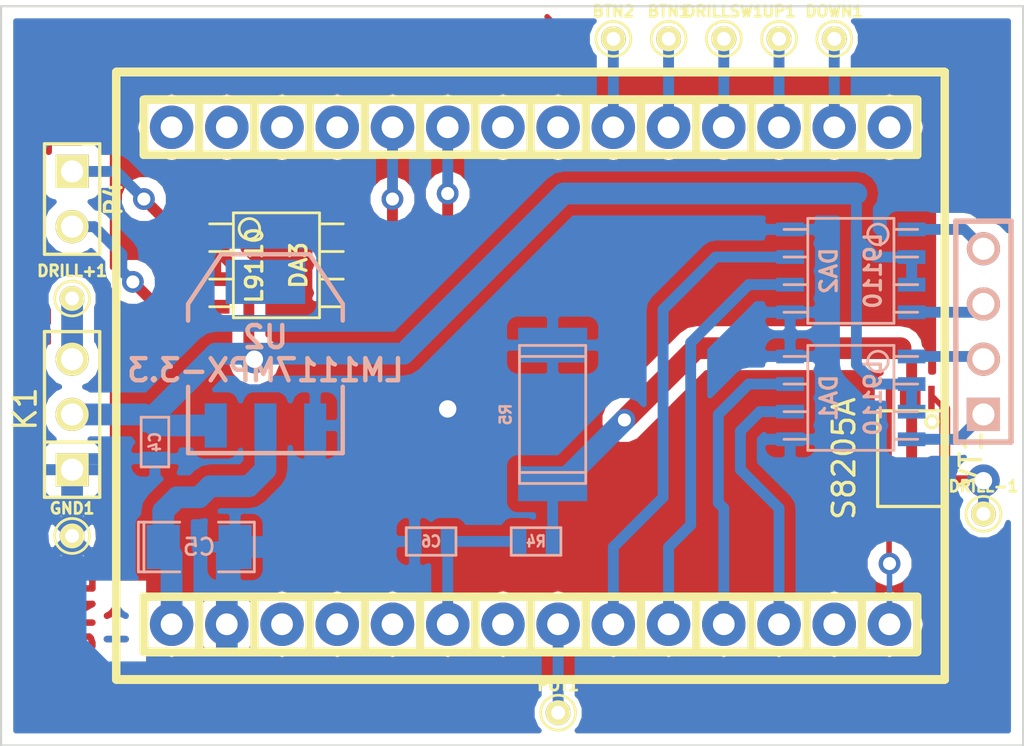
<source format=kicad_pcb>
(kicad_pcb (version 3) (host pcbnew "(2013-may-18)-stable")

  (general
    (links 53)
    (no_connects 1)
    (area 93.2688 77.66304 141.5796 112.3315)
    (thickness 1.6)
    (drawings 14)
    (tracks 173)
    (zones 0)
    (modules 23)
    (nets 27)
  )

  (page A3)
  (layers
    (15 F.Cu signal)
    (0 B.Cu signal hide)
    (16 B.Adhes user)
    (17 F.Adhes user)
    (18 B.Paste user)
    (19 F.Paste user)
    (20 B.SilkS user)
    (21 F.SilkS user)
    (22 B.Mask user)
    (23 F.Mask user)
    (24 Dwgs.User user)
    (25 Cmts.User user)
    (26 Eco1.User user)
    (27 Eco2.User user)
    (28 Edge.Cuts user)
  )

  (setup
    (last_trace_width 1)
    (user_trace_width 0.254)
    (user_trace_width 0.5)
    (user_trace_width 1)
    (trace_clearance 0.254)
    (zone_clearance 0.508)
    (zone_45_only no)
    (trace_min 0.254)
    (segment_width 0.2)
    (edge_width 0.1)
    (via_size 1)
    (via_drill 0.6)
    (via_min_size 0.889)
    (via_min_drill 0.508)
    (user_via 1 0.6)
    (user_via 1.3 0.8)
    (user_via 1.5 0.8)
    (uvia_size 0.508)
    (uvia_drill 0.127)
    (uvias_allowed no)
    (uvia_min_size 0.508)
    (uvia_min_drill 0.127)
    (pcb_text_width 0.3)
    (pcb_text_size 1.5 1.5)
    (mod_edge_width 0.15)
    (mod_text_size 1 1)
    (mod_text_width 0.15)
    (pad_size 1.1 0.3)
    (pad_drill 0)
    (pad_to_mask_clearance 0)
    (aux_axis_origin 0 0)
    (visible_elements FFFFFFBF)
    (pcbplotparams
      (layerselection 3178497)
      (usegerberextensions true)
      (excludeedgelayer true)
      (linewidth 0.150000)
      (plotframeref false)
      (viasonmask false)
      (mode 1)
      (useauxorigin false)
      (hpglpennumber 1)
      (hpglpenspeed 20)
      (hpglpendiameter 15)
      (hpglpenoverlay 2)
      (psnegative false)
      (psa4output false)
      (plotreference true)
      (plotvalue true)
      (plotothertext true)
      (plotinvisibletext false)
      (padsonsilk false)
      (subtractmaskfromsilk false)
      (outputformat 1)
      (mirror false)
      (drillshape 1)
      (scaleselection 1)
      (outputdirectory ""))
  )

  (net 0 "")
  (net 1 +12V)
  (net 2 +3.3V)
  (net 3 +5V)
  (net 4 "/Drill motor/DRILL-")
  (net 5 "/Drill motor/PWM_in")
  (net 6 "/Drill motor/Sence")
  (net 7 /PB0)
  (net 8 /PB1)
  (net 9 /PB2)
  (net 10 /PB3)
  (net 11 /PB4)
  (net 12 /PC3)
  (net 13 /PC4)
  (net 14 /PC5)
  (net 15 /PC6)
  (net 16 /PC7)
  (net 17 /PD2)
  (net 18 /PD3)
  (net 19 GND)
  (net 20 N-0000010)
  (net 21 N-0000011)
  (net 22 N-0000012)
  (net 23 N-0000013)
  (net 24 N-0000016)
  (net 25 N-0000017)
  (net 26 N-0000038)

  (net_class Default "This is the default net class."
    (clearance 0.254)
    (trace_width 0.254)
    (via_dia 1)
    (via_drill 0.6)
    (uvia_dia 0.508)
    (uvia_drill 0.127)
    (add_net "")
    (add_net "/Drill motor/PWM_in")
    (add_net "/Drill motor/Sence")
    (add_net /PB0)
    (add_net /PB1)
    (add_net /PB2)
    (add_net /PB3)
    (add_net /PB4)
    (add_net /PC3)
    (add_net /PC4)
    (add_net /PC5)
    (add_net /PC6)
    (add_net /PC7)
    (add_net /PD2)
    (add_net /PD3)
    (add_net N-0000016)
    (add_net N-0000017)
    (add_net N-0000038)
  )

  (net_class high-power ""
    (clearance 0.254)
    (trace_width 1)
    (via_dia 1.5)
    (via_drill 0.8)
    (uvia_dia 0.508)
    (uvia_drill 0.127)
    (add_net +12V)
    (add_net "/Drill motor/DRILL-")
  )

  (net_class power ""
    (clearance 0.254)
    (trace_width 0.5)
    (via_dia 1.3)
    (via_drill 0.8)
    (uvia_dia 0.508)
    (uvia_drill 0.127)
    (add_net +3.3V)
    (add_net +5V)
    (add_net GND)
    (add_net N-0000010)
    (add_net N-0000011)
    (add_net N-0000012)
    (add_net N-0000013)
  )

  (module SOT223 (layer B.Cu) (tedit 200000) (tstamp 546277C3)
    (at 105.156 93.98 180)
    (descr "module CMS SOT223 4 pins")
    (tags "CMS SOT")
    (path /53F0F811)
    (attr smd)
    (fp_text reference U2 (at 0 0.762 180) (layer B.SilkS)
      (effects (font (size 1.016 1.016) (thickness 0.2032)) (justify mirror))
    )
    (fp_text value LM1117MPX-3.3 (at 0 -0.762 180) (layer B.SilkS)
      (effects (font (size 1.016 1.016) (thickness 0.2032)) (justify mirror))
    )
    (fp_line (start -3.556 -1.524) (end -3.556 -4.572) (layer B.SilkS) (width 0.2032))
    (fp_line (start -3.556 -4.572) (end 3.556 -4.572) (layer B.SilkS) (width 0.2032))
    (fp_line (start 3.556 -4.572) (end 3.556 -1.524) (layer B.SilkS) (width 0.2032))
    (fp_line (start -3.556 1.524) (end -3.556 2.286) (layer B.SilkS) (width 0.2032))
    (fp_line (start -3.556 2.286) (end -2.032 4.572) (layer B.SilkS) (width 0.2032))
    (fp_line (start -2.032 4.572) (end 2.032 4.572) (layer B.SilkS) (width 0.2032))
    (fp_line (start 2.032 4.572) (end 3.556 2.286) (layer B.SilkS) (width 0.2032))
    (fp_line (start 3.556 2.286) (end 3.556 1.524) (layer B.SilkS) (width 0.2032))
    (pad 4 smd rect (at 0 3.302 180) (size 3.6576 2.032)
      (layers B.Cu B.Paste B.Mask)
    )
    (pad 2 smd rect (at 0 -3.302 180) (size 1.016 2.032)
      (layers B.Cu B.Paste B.Mask)
      (net 2 +3.3V)
    )
    (pad 3 smd rect (at 2.286 -3.302 180) (size 1.016 2.032)
      (layers B.Cu B.Paste B.Mask)
      (net 3 +5V)
    )
    (pad 1 smd rect (at -2.286 -3.302 180) (size 1.016 2.032)
      (layers B.Cu B.Paste B.Mask)
      (net 19 GND)
    )
    (model smd/SOT223.wrl
      (at (xyz 0 0 0))
      (scale (xyz 0.4 0.4 0.4))
      (rotate (xyz 0 0 0))
    )
  )

  (module SM1206POL (layer B.Cu) (tedit 42806E4C) (tstamp 5462780B)
    (at 102.108 102.87)
    (path /53F0F88C)
    (attr smd)
    (fp_text reference C5 (at 0 0) (layer B.SilkS)
      (effects (font (size 0.762 0.762) (thickness 0.127)) (justify mirror))
    )
    (fp_text value 47u (at 0 0) (layer B.SilkS) hide
      (effects (font (size 0.762 0.762) (thickness 0.127)) (justify mirror))
    )
    (fp_line (start -2.54 1.143) (end -2.794 1.143) (layer B.SilkS) (width 0.127))
    (fp_line (start -2.794 1.143) (end -2.794 -1.143) (layer B.SilkS) (width 0.127))
    (fp_line (start -2.794 -1.143) (end -2.54 -1.143) (layer B.SilkS) (width 0.127))
    (fp_line (start -2.54 1.143) (end -2.54 -1.143) (layer B.SilkS) (width 0.127))
    (fp_line (start -2.54 -1.143) (end -0.889 -1.143) (layer B.SilkS) (width 0.127))
    (fp_line (start 0.889 1.143) (end 2.54 1.143) (layer B.SilkS) (width 0.127))
    (fp_line (start 2.54 1.143) (end 2.54 -1.143) (layer B.SilkS) (width 0.127))
    (fp_line (start 2.54 -1.143) (end 0.889 -1.143) (layer B.SilkS) (width 0.127))
    (fp_line (start -0.889 1.143) (end -2.54 1.143) (layer B.SilkS) (width 0.127))
    (pad 1 smd rect (at -1.651 0) (size 1.524 2.032)
      (layers B.Cu B.Paste B.Mask)
      (net 2 +3.3V)
    )
    (pad 2 smd rect (at 1.651 0) (size 1.524 2.032)
      (layers B.Cu B.Paste B.Mask)
      (net 19 GND)
    )
    (model smd/chip_cms_pol.wrl
      (at (xyz 0 0 0))
      (scale (xyz 0.17 0.16 0.16))
      (rotate (xyz 0 0 0))
    )
  )

  (module SM0603 (layer B.Cu) (tedit 4E43A3D1) (tstamp 54627815)
    (at 112.776 102.616 180)
    (path /53EF036E/53F36070)
    (attr smd)
    (fp_text reference C6 (at 0 0 180) (layer B.SilkS)
      (effects (font (size 0.508 0.4572) (thickness 0.1143)) (justify mirror))
    )
    (fp_text value 0.1u (at 0 0 180) (layer B.SilkS) hide
      (effects (font (size 0.508 0.4572) (thickness 0.1143)) (justify mirror))
    )
    (fp_line (start -1.143 0.635) (end 1.143 0.635) (layer B.SilkS) (width 0.127))
    (fp_line (start 1.143 0.635) (end 1.143 -0.635) (layer B.SilkS) (width 0.127))
    (fp_line (start 1.143 -0.635) (end -1.143 -0.635) (layer B.SilkS) (width 0.127))
    (fp_line (start -1.143 -0.635) (end -1.143 0.635) (layer B.SilkS) (width 0.127))
    (pad 1 smd rect (at -0.762 0 180) (size 0.635 1.143)
      (layers B.Cu B.Paste B.Mask)
      (net 6 "/Drill motor/Sence")
    )
    (pad 2 smd rect (at 0.762 0 180) (size 0.635 1.143)
      (layers B.Cu B.Paste B.Mask)
      (net 19 GND)
    )
    (model smd\resistors\R0603.wrl
      (at (xyz 0 0 0.001))
      (scale (xyz 0.5 0.5 0.5))
      (rotate (xyz 0 0 0))
    )
  )

  (module SM0603 (layer B.Cu) (tedit 4E43A3D1) (tstamp 5462781F)
    (at 117.602 102.616)
    (path /53EF036E/53E680EF)
    (attr smd)
    (fp_text reference R4 (at 0 0) (layer B.SilkS)
      (effects (font (size 0.508 0.4572) (thickness 0.1143)) (justify mirror))
    )
    (fp_text value 47k (at 0 0) (layer B.SilkS) hide
      (effects (font (size 0.508 0.4572) (thickness 0.1143)) (justify mirror))
    )
    (fp_line (start -1.143 0.635) (end 1.143 0.635) (layer B.SilkS) (width 0.127))
    (fp_line (start 1.143 0.635) (end 1.143 -0.635) (layer B.SilkS) (width 0.127))
    (fp_line (start 1.143 -0.635) (end -1.143 -0.635) (layer B.SilkS) (width 0.127))
    (fp_line (start -1.143 -0.635) (end -1.143 0.635) (layer B.SilkS) (width 0.127))
    (pad 1 smd rect (at -0.762 0) (size 0.635 1.143)
      (layers B.Cu B.Paste B.Mask)
      (net 6 "/Drill motor/Sence")
    )
    (pad 2 smd rect (at 0.762 0) (size 0.635 1.143)
      (layers B.Cu B.Paste B.Mask)
      (net 26 N-0000038)
    )
    (model smd\resistors\R0603.wrl
      (at (xyz 0 0 0.001))
      (scale (xyz 0.5 0.5 0.5))
      (rotate (xyz 0 0 0))
    )
  )

  (module SM0603 (layer B.Cu) (tedit 4E43A3D1) (tstamp 54627829)
    (at 100.076 98.044 270)
    (path /53F0F83E)
    (attr smd)
    (fp_text reference C4 (at 0 0 270) (layer B.SilkS)
      (effects (font (size 0.508 0.4572) (thickness 0.1143)) (justify mirror))
    )
    (fp_text value 0.1u (at 0 0 270) (layer B.SilkS) hide
      (effects (font (size 0.508 0.4572) (thickness 0.1143)) (justify mirror))
    )
    (fp_line (start -1.143 0.635) (end 1.143 0.635) (layer B.SilkS) (width 0.127))
    (fp_line (start 1.143 0.635) (end 1.143 -0.635) (layer B.SilkS) (width 0.127))
    (fp_line (start 1.143 -0.635) (end -1.143 -0.635) (layer B.SilkS) (width 0.127))
    (fp_line (start -1.143 -0.635) (end -1.143 0.635) (layer B.SilkS) (width 0.127))
    (pad 1 smd rect (at -0.762 0 270) (size 0.635 1.143)
      (layers B.Cu B.Paste B.Mask)
      (net 3 +5V)
    )
    (pad 2 smd rect (at 0.762 0 270) (size 0.635 1.143)
      (layers B.Cu B.Paste B.Mask)
      (net 19 GND)
    )
    (model smd\resistors\R0603.wrl
      (at (xyz 0 0 0.001))
      (scale (xyz 0.5 0.5 0.5))
      (rotate (xyz 0 0 0))
    )
  )

  (module r_2512 (layer B.Cu) (tedit 4A8704CB) (tstamp 54627835)
    (at 118.364 96.774 270)
    (descr "SMT resistor, 2512")
    (path /53EF036E/53E67E8A)
    (fp_text reference R5 (at 0 2.159 270) (layer B.SilkS)
      (effects (font (size 0.50038 0.50038) (thickness 0.11938)) (justify mirror))
    )
    (fp_text value 0.33R (at 0 -2.032 270) (layer B.SilkS) hide
      (effects (font (size 0.50038 0.50038) (thickness 0.11938)) (justify mirror))
    )
    (fp_line (start 2.667 1.524) (end 2.667 -1.524) (layer B.SilkS) (width 0.127))
    (fp_line (start -2.667 1.524) (end -2.667 -1.524) (layer B.SilkS) (width 0.127))
    (fp_line (start -3.175 1.524) (end -3.175 -1.524) (layer B.SilkS) (width 0.127))
    (fp_line (start -3.175 -1.524) (end 3.175 -1.524) (layer B.SilkS) (width 0.127))
    (fp_line (start 3.175 -1.524) (end 3.175 1.524) (layer B.SilkS) (width 0.127))
    (fp_line (start 3.175 1.524) (end -3.175 1.524) (layer B.SilkS) (width 0.127))
    (pad 1 smd rect (at 3.1877 0 270) (size 1.6002 3.175)
      (layers B.Cu B.Paste B.Mask)
      (net 26 N-0000038)
    )
    (pad 2 smd rect (at -3.1877 0 270) (size 1.6002 3.175)
      (layers B.Cu B.Paste B.Mask)
      (net 19 GND)
    )
    (model smd/resistors/r_2512.wrl
      (at (xyz 0 0 0))
      (scale (xyz 1 1 1))
      (rotate (xyz 0 0 0))
    )
  )

  (module PINTST (layer F.Cu) (tedit 3D649DF9) (tstamp 5462783B)
    (at 128.778 79.502)
    (descr "module 1 pin (ou trou mecanique de percage)")
    (tags DEV)
    (path /54628F0D)
    (fp_text reference UP1 (at 0 -1.26746) (layer F.SilkS)
      (effects (font (size 0.508 0.508) (thickness 0.127)))
    )
    (fp_text value CONN_1 (at 0 1.27) (layer F.SilkS) hide
      (effects (font (size 0.508 0.508) (thickness 0.127)))
    )
    (fp_circle (center 0 0) (end -0.254 -0.762) (layer F.SilkS) (width 0.127))
    (pad 1 thru_hole circle (at 0 0) (size 1.143 1.143) (drill 0.635)
      (layers *.Cu *.Mask F.SilkS)
      (net 13 /PC4)
    )
    (model pin_array/pin_array_1x1.wrl
      (at (xyz 0 0 0))
      (scale (xyz 1 1 1))
      (rotate (xyz 0 0 0))
    )
  )

  (module PINTST (layer F.Cu) (tedit 3D649DF9) (tstamp 54627841)
    (at 131.318 79.502)
    (descr "module 1 pin (ou trou mecanique de percage)")
    (tags DEV)
    (path /54628F38)
    (fp_text reference DOWN1 (at 0 -1.26746) (layer F.SilkS)
      (effects (font (size 0.508 0.508) (thickness 0.127)))
    )
    (fp_text value CONN_1 (at 0 1.27) (layer F.SilkS) hide
      (effects (font (size 0.508 0.508) (thickness 0.127)))
    )
    (fp_circle (center 0 0) (end -0.254 -0.762) (layer F.SilkS) (width 0.127))
    (pad 1 thru_hole circle (at 0 0) (size 1.143 1.143) (drill 0.635)
      (layers *.Cu *.Mask F.SilkS)
      (net 12 /PC3)
    )
    (model pin_array/pin_array_1x1.wrl
      (at (xyz 0 0 0))
      (scale (xyz 1 1 1))
      (rotate (xyz 0 0 0))
    )
  )

  (module PINTST (layer F.Cu) (tedit 3D649DF9) (tstamp 54627847)
    (at 123.698 79.502)
    (descr "module 1 pin (ou trou mecanique de percage)")
    (tags DEV)
    (path /54628F3E)
    (fp_text reference BTN1 (at 0 -1.26746) (layer F.SilkS)
      (effects (font (size 0.508 0.508) (thickness 0.127)))
    )
    (fp_text value CONN_1 (at 0 1.27) (layer F.SilkS) hide
      (effects (font (size 0.508 0.508) (thickness 0.127)))
    )
    (fp_circle (center 0 0) (end -0.254 -0.762) (layer F.SilkS) (width 0.127))
    (pad 1 thru_hole circle (at 0 0) (size 1.143 1.143) (drill 0.635)
      (layers *.Cu *.Mask F.SilkS)
      (net 15 /PC6)
    )
    (model pin_array/pin_array_1x1.wrl
      (at (xyz 0 0 0))
      (scale (xyz 1 1 1))
      (rotate (xyz 0 0 0))
    )
  )

  (module PINTST (layer F.Cu) (tedit 3D649DF9) (tstamp 5462784D)
    (at 121.158 79.502)
    (descr "module 1 pin (ou trou mecanique de percage)")
    (tags DEV)
    (path /54628FEC)
    (fp_text reference BTN2 (at 0 -1.26746) (layer F.SilkS)
      (effects (font (size 0.508 0.508) (thickness 0.127)))
    )
    (fp_text value CONN_1 (at 0 1.27) (layer F.SilkS) hide
      (effects (font (size 0.508 0.508) (thickness 0.127)))
    )
    (fp_circle (center 0 0) (end -0.254 -0.762) (layer F.SilkS) (width 0.127))
    (pad 1 thru_hole circle (at 0 0) (size 1.143 1.143) (drill 0.635)
      (layers *.Cu *.Mask F.SilkS)
      (net 16 /PC7)
    )
    (model pin_array/pin_array_1x1.wrl
      (at (xyz 0 0 0))
      (scale (xyz 1 1 1))
      (rotate (xyz 0 0 0))
    )
  )

  (module PINTST (layer F.Cu) (tedit 3D649DF9) (tstamp 54627853)
    (at 118.618 110.49)
    (descr "module 1 pin (ou trou mecanique de percage)")
    (tags DEV)
    (path /54628FF2)
    (fp_text reference POT1 (at 0 -1.26746) (layer F.SilkS)
      (effects (font (size 0.508 0.508) (thickness 0.127)))
    )
    (fp_text value CONN_1 (at 0 1.27) (layer F.SilkS) hide
      (effects (font (size 0.508 0.508) (thickness 0.127)))
    )
    (fp_circle (center 0 0) (end -0.254 -0.762) (layer F.SilkS) (width 0.127))
    (pad 1 thru_hole circle (at 0 0) (size 1.143 1.143) (drill 0.635)
      (layers *.Cu *.Mask F.SilkS)
      (net 11 /PB4)
    )
    (model pin_array/pin_array_1x1.wrl
      (at (xyz 0 0 0))
      (scale (xyz 1 1 1))
      (rotate (xyz 0 0 0))
    )
  )

  (module PINTST (layer F.Cu) (tedit 3D649DF9) (tstamp 54627859)
    (at 96.266 91.44)
    (descr "module 1 pin (ou trou mecanique de percage)")
    (tags DEV)
    (path /54629D60)
    (fp_text reference DRILL+1 (at 0 -1.26746) (layer F.SilkS)
      (effects (font (size 0.508 0.508) (thickness 0.127)))
    )
    (fp_text value CONN_1 (at 0 1.27) (layer F.SilkS) hide
      (effects (font (size 0.508 0.508) (thickness 0.127)))
    )
    (fp_circle (center 0 0) (end -0.254 -0.762) (layer F.SilkS) (width 0.127))
    (pad 1 thru_hole circle (at 0 0) (size 1.143 1.143) (drill 0.635)
      (layers *.Cu *.Mask F.SilkS)
      (net 1 +12V)
    )
    (model pin_array/pin_array_1x1.wrl
      (at (xyz 0 0 0))
      (scale (xyz 1 1 1))
      (rotate (xyz 0 0 0))
    )
  )

  (module PINTST (layer F.Cu) (tedit 3D649DF9) (tstamp 5462785F)
    (at 138.176 101.346)
    (descr "module 1 pin (ou trou mecanique de percage)")
    (tags DEV)
    (path /54629E20)
    (fp_text reference DRILL-1 (at 0 -1.26746) (layer F.SilkS)
      (effects (font (size 0.508 0.508) (thickness 0.127)))
    )
    (fp_text value CONN_1 (at 0 1.27) (layer F.SilkS) hide
      (effects (font (size 0.508 0.508) (thickness 0.127)))
    )
    (fp_circle (center 0 0) (end -0.254 -0.762) (layer F.SilkS) (width 0.127))
    (pad 1 thru_hole circle (at 0 0) (size 1.143 1.143) (drill 0.635)
      (layers *.Cu *.Mask F.SilkS)
      (net 4 "/Drill motor/DRILL-")
    )
    (model pin_array/pin_array_1x1.wrl
      (at (xyz 0 0 0))
      (scale (xyz 1 1 1))
      (rotate (xyz 0 0 0))
    )
  )

  (module PINTST (layer F.Cu) (tedit 3D649DF9) (tstamp 54627865)
    (at 126.238 79.502)
    (descr "module 1 pin (ou trou mecanique de percage)")
    (tags DEV)
    (path /5462B0E5)
    (fp_text reference DRILLSW1 (at 0 -1.26746) (layer F.SilkS)
      (effects (font (size 0.508 0.508) (thickness 0.127)))
    )
    (fp_text value CONN_1 (at 0 1.27) (layer F.SilkS) hide
      (effects (font (size 0.508 0.508) (thickness 0.127)))
    )
    (fp_circle (center 0 0) (end -0.254 -0.762) (layer F.SilkS) (width 0.127))
    (pad 1 thru_hole circle (at 0 0) (size 1.143 1.143) (drill 0.635)
      (layers *.Cu *.Mask F.SilkS)
      (net 14 /PC5)
    )
    (model pin_array/pin_array_1x1.wrl
      (at (xyz 0 0 0))
      (scale (xyz 1 1 1))
      (rotate (xyz 0 0 0))
    )
  )

  (module PINTST (layer F.Cu) (tedit 3D649DF9) (tstamp 5462786B)
    (at 96.266 102.362)
    (descr "module 1 pin (ou trou mecanique de percage)")
    (tags DEV)
    (path /5462B0EB)
    (fp_text reference GND1 (at 0 -1.26746) (layer F.SilkS)
      (effects (font (size 0.508 0.508) (thickness 0.127)))
    )
    (fp_text value CONN_1 (at 0 1.27) (layer F.SilkS) hide
      (effects (font (size 0.508 0.508) (thickness 0.127)))
    )
    (fp_circle (center 0 0) (end -0.254 -0.762) (layer F.SilkS) (width 0.127))
    (pad 1 thru_hole circle (at 0 0) (size 1.143 1.143) (drill 0.635)
      (layers *.Cu *.Mask F.SilkS)
      (net 19 GND)
    )
    (model pin_array/pin_array_1x1.wrl
      (at (xyz 0 0 0))
      (scale (xyz 1 1 1))
      (rotate (xyz 0 0 0))
    )
  )

  (module PIN_ARRAY_4x1 (layer B.Cu) (tedit 4C10F42E) (tstamp 54627884)
    (at 138.176 92.964 90)
    (descr "Double rangee de contacts 2 x 5 pins")
    (tags CONN)
    (path /53F0F09A)
    (fp_text reference P3 (at 0 2.54 90) (layer B.SilkS)
      (effects (font (size 1.016 1.016) (thickness 0.2032)) (justify mirror))
    )
    (fp_text value Stepper (at 0 -2.54 90) (layer B.SilkS) hide
      (effects (font (size 1.016 1.016) (thickness 0.2032)) (justify mirror))
    )
    (fp_line (start 5.08 -1.27) (end -5.08 -1.27) (layer B.SilkS) (width 0.254))
    (fp_line (start 5.08 1.27) (end -5.08 1.27) (layer B.SilkS) (width 0.254))
    (fp_line (start -5.08 1.27) (end -5.08 -1.27) (layer B.SilkS) (width 0.254))
    (fp_line (start 5.08 -1.27) (end 5.08 1.27) (layer B.SilkS) (width 0.254))
    (pad 1 thru_hole rect (at -3.81 0 90) (size 1.524 1.524) (drill 1.016)
      (layers *.Cu *.Mask B.SilkS)
      (net 21 N-0000011)
    )
    (pad 2 thru_hole circle (at -1.27 0 90) (size 1.524 1.524) (drill 1.016)
      (layers *.Cu *.Mask B.SilkS)
      (net 20 N-0000010)
    )
    (pad 3 thru_hole circle (at 1.27 0 90) (size 1.524 1.524) (drill 1.016)
      (layers *.Cu *.Mask B.SilkS)
      (net 23 N-0000013)
    )
    (pad 4 thru_hole circle (at 3.81 0 90) (size 1.524 1.524) (drill 1.016)
      (layers *.Cu *.Mask B.SilkS)
      (net 22 N-0000012)
    )
    (model pin_array\pins_array_4x1.wrl
      (at (xyz 0 0 0))
      (scale (xyz 1 1 1))
      (rotate (xyz 0 0 0))
    )
  )

  (module PIN_ARRAY_3X1 (layer F.Cu) (tedit 4C1130E0) (tstamp 54627890)
    (at 96.266 96.774 90)
    (descr "Connecteur 3 pins")
    (tags "CONN DEV")
    (path /53F0FD67)
    (fp_text reference K1 (at 0.254 -2.159 90) (layer F.SilkS)
      (effects (font (size 1.016 1.016) (thickness 0.1524)))
    )
    (fp_text value POWER (at 0 -2.159 90) (layer F.SilkS) hide
      (effects (font (size 1.016 1.016) (thickness 0.1524)))
    )
    (fp_line (start -3.81 1.27) (end -3.81 -1.27) (layer F.SilkS) (width 0.1524))
    (fp_line (start -3.81 -1.27) (end 3.81 -1.27) (layer F.SilkS) (width 0.1524))
    (fp_line (start 3.81 -1.27) (end 3.81 1.27) (layer F.SilkS) (width 0.1524))
    (fp_line (start 3.81 1.27) (end -3.81 1.27) (layer F.SilkS) (width 0.1524))
    (fp_line (start -1.27 -1.27) (end -1.27 1.27) (layer F.SilkS) (width 0.1524))
    (pad 1 thru_hole rect (at -2.54 0 90) (size 1.524 1.524) (drill 1.016)
      (layers *.Cu *.Mask F.SilkS)
      (net 19 GND)
    )
    (pad 2 thru_hole circle (at 0 0 90) (size 1.524 1.524) (drill 1.016)
      (layers *.Cu *.Mask F.SilkS)
      (net 3 +5V)
    )
    (pad 3 thru_hole circle (at 2.54 0 90) (size 1.524 1.524) (drill 1.016)
      (layers *.Cu *.Mask F.SilkS)
      (net 1 +12V)
    )
    (model pin_array/pins_array_3x1.wrl
      (at (xyz 0 0 0))
      (scale (xyz 1 1 1))
      (rotate (xyz 0 0 0))
    )
  )

  (module PIN_ARRAY_2X1 (layer F.Cu) (tedit 4565C520) (tstamp 5462789A)
    (at 96.266 86.868 270)
    (descr "Connecteurs 2 pins")
    (tags "CONN DEV")
    (path /53F1169C)
    (fp_text reference P4 (at 0 -1.905 270) (layer F.SilkS)
      (effects (font (size 0.762 0.762) (thickness 0.1524)))
    )
    (fp_text value Slide (at 0 -1.905 270) (layer F.SilkS) hide
      (effects (font (size 0.762 0.762) (thickness 0.1524)))
    )
    (fp_line (start -2.54 1.27) (end -2.54 -1.27) (layer F.SilkS) (width 0.1524))
    (fp_line (start -2.54 -1.27) (end 2.54 -1.27) (layer F.SilkS) (width 0.1524))
    (fp_line (start 2.54 -1.27) (end 2.54 1.27) (layer F.SilkS) (width 0.1524))
    (fp_line (start 2.54 1.27) (end -2.54 1.27) (layer F.SilkS) (width 0.1524))
    (pad 1 thru_hole rect (at -1.27 0 270) (size 1.524 1.524) (drill 1.016)
      (layers *.Cu *.Mask F.SilkS)
      (net 24 N-0000016)
    )
    (pad 2 thru_hole circle (at 1.27 0 270) (size 1.524 1.524) (drill 1.016)
      (layers *.Cu *.Mask F.SilkS)
      (net 25 N-0000017)
    )
    (model pin_array/pins_array_2x1.wrl
      (at (xyz 0 0 0))
      (scale (xyz 1 1 1))
      (rotate (xyz 0 0 0))
    )
  )

  (module devboard_pins-9-14 (layer F.Cu) (tedit 543C2070) (tstamp 5462797E)
    (at 117.348 94.996)
    (path /54626F55)
    (attr smd)
    (fp_text reference X1 (at 0 -0.381) (layer Cmts.User)
      (effects (font (size 0.508 0.508) (thickness 0.1016)))
    )
    (fp_text value STM8S105BOARD (at 0 0.381) (layer Cmts.User) hide
      (effects (font (size 0.508 0.508) (thickness 0.1016)))
    )
    (fp_line (start 17.78 -10.16) (end 17.78 -12.7) (layer F.SilkS) (width 0.381))
    (fp_line (start 17.78 -12.7) (end -17.78 -12.7) (layer F.SilkS) (width 0.381))
    (fp_line (start -17.78 -12.7) (end -17.78 -10.16) (layer F.SilkS) (width 0.381))
    (fp_line (start -17.78 -10.16) (end 17.78 -10.16) (layer F.SilkS) (width 0.381))
    (fp_line (start 17.78 10.16) (end 17.78 12.7) (layer F.SilkS) (width 0.381))
    (fp_line (start 17.78 12.7) (end -17.78 12.7) (layer F.SilkS) (width 0.381))
    (fp_line (start -17.78 12.7) (end -17.78 10.16) (layer F.SilkS) (width 0.381))
    (fp_line (start -17.78 10.16) (end 17.78 10.16) (layer F.SilkS) (width 0.381))
    (fp_line (start -19.05 -13.97) (end -19.05 13.97) (layer F.SilkS) (width 0.381))
    (fp_line (start -19.05 13.97) (end 19.05 13.97) (layer F.SilkS) (width 0.381))
    (fp_line (start 19.05 13.97) (end 19.05 -13.97) (layer F.SilkS) (width 0.381))
    (fp_line (start 19.05 -13.97) (end -19.05 -13.97) (layer F.SilkS) (width 0.381))
    (fp_line (start 17.78 -10.16) (end 17.78 -12.7) (layer F.SilkS) (width 0.381))
    (fp_line (start 17.78 -12.7) (end -17.78 -12.7) (layer F.SilkS) (width 0.381))
    (fp_line (start -17.78 -12.7) (end -17.78 -10.16) (layer F.SilkS) (width 0.381))
    (fp_line (start -17.78 -10.16) (end 17.78 -10.16) (layer F.SilkS) (width 0.381))
    (fp_line (start 17.78 10.16) (end 17.78 12.7) (layer F.SilkS) (width 0.381))
    (fp_line (start 17.78 12.7) (end -17.78 12.7) (layer F.SilkS) (width 0.381))
    (fp_line (start -17.78 12.7) (end -17.78 10.16) (layer F.SilkS) (width 0.381))
    (fp_line (start -17.78 10.16) (end 17.78 10.16) (layer F.SilkS) (width 0.381))
    (fp_line (start -19.05 -13.97) (end -19.05 13.97) (layer F.SilkS) (width 0.381))
    (fp_line (start -19.05 13.97) (end 19.05 13.97) (layer F.SilkS) (width 0.381))
    (fp_line (start 19.05 13.97) (end 19.05 -13.97) (layer F.SilkS) (width 0.381))
    (fp_line (start 19.05 -13.97) (end -19.05 -13.97) (layer F.SilkS) (width 0.381))
    (fp_line (start 17.78 -10.16) (end 17.78 -12.7) (layer F.SilkS) (width 0.381))
    (fp_line (start 17.78 -12.7) (end -17.78 -12.7) (layer F.SilkS) (width 0.381))
    (fp_line (start -17.78 -12.7) (end -17.78 -10.16) (layer F.SilkS) (width 0.381))
    (fp_line (start -17.78 -10.16) (end 17.78 -10.16) (layer F.SilkS) (width 0.381))
    (fp_line (start 17.78 10.16) (end 17.78 12.7) (layer F.SilkS) (width 0.381))
    (fp_line (start 17.78 12.7) (end -17.78 12.7) (layer F.SilkS) (width 0.381))
    (fp_line (start -17.78 12.7) (end -17.78 10.16) (layer F.SilkS) (width 0.381))
    (fp_line (start -17.78 10.16) (end 17.78 10.16) (layer F.SilkS) (width 0.381))
    (fp_line (start -19.05 -13.97) (end -19.05 13.97) (layer F.SilkS) (width 0.381))
    (fp_line (start -19.05 13.97) (end 19.05 13.97) (layer F.SilkS) (width 0.381))
    (fp_line (start 19.05 13.97) (end 19.05 -13.97) (layer F.SilkS) (width 0.381))
    (fp_line (start 19.05 -13.97) (end -19.05 -13.97) (layer F.SilkS) (width 0.381))
    (fp_line (start 17.78 -10.16) (end 17.78 -12.7) (layer F.SilkS) (width 0.381))
    (fp_line (start 17.78 -12.7) (end -17.78 -12.7) (layer F.SilkS) (width 0.381))
    (fp_line (start -17.78 -12.7) (end -17.78 -10.16) (layer F.SilkS) (width 0.381))
    (fp_line (start -17.78 -10.16) (end 17.78 -10.16) (layer F.SilkS) (width 0.381))
    (fp_line (start 17.78 10.16) (end 17.78 12.7) (layer F.SilkS) (width 0.381))
    (fp_line (start 17.78 12.7) (end -17.78 12.7) (layer F.SilkS) (width 0.381))
    (fp_line (start -17.78 12.7) (end -17.78 10.16) (layer F.SilkS) (width 0.381))
    (fp_line (start -17.78 10.16) (end 17.78 10.16) (layer F.SilkS) (width 0.381))
    (fp_line (start -19.05 -13.97) (end -19.05 13.97) (layer F.SilkS) (width 0.381))
    (fp_line (start -19.05 13.97) (end 19.05 13.97) (layer F.SilkS) (width 0.381))
    (fp_line (start 19.05 13.97) (end 19.05 -13.97) (layer F.SilkS) (width 0.381))
    (fp_line (start 19.05 -13.97) (end -19.05 -13.97) (layer F.SilkS) (width 0.381))
    (fp_line (start 17.78 -10.16) (end 17.78 -12.7) (layer F.SilkS) (width 0.381))
    (fp_line (start 17.78 -12.7) (end -17.78 -12.7) (layer F.SilkS) (width 0.381))
    (fp_line (start -17.78 -12.7) (end -17.78 -10.16) (layer F.SilkS) (width 0.381))
    (fp_line (start -17.78 -10.16) (end 17.78 -10.16) (layer F.SilkS) (width 0.381))
    (fp_line (start 17.78 10.16) (end 17.78 12.7) (layer F.SilkS) (width 0.381))
    (fp_line (start 17.78 12.7) (end -17.78 12.7) (layer F.SilkS) (width 0.381))
    (fp_line (start -17.78 12.7) (end -17.78 10.16) (layer F.SilkS) (width 0.381))
    (fp_line (start -17.78 10.16) (end 17.78 10.16) (layer F.SilkS) (width 0.381))
    (fp_line (start -19.05 -13.97) (end -19.05 13.97) (layer F.SilkS) (width 0.381))
    (fp_line (start -19.05 13.97) (end 19.05 13.97) (layer F.SilkS) (width 0.381))
    (fp_line (start 19.05 13.97) (end 19.05 -13.97) (layer F.SilkS) (width 0.381))
    (fp_line (start 19.05 -13.97) (end -19.05 -13.97) (layer F.SilkS) (width 0.381))
    (fp_line (start 17.78 -10.16) (end 17.78 -12.7) (layer F.SilkS) (width 0.381))
    (fp_line (start 17.78 -12.7) (end -17.78 -12.7) (layer F.SilkS) (width 0.381))
    (fp_line (start -17.78 -12.7) (end -17.78 -10.16) (layer F.SilkS) (width 0.381))
    (fp_line (start -17.78 -10.16) (end 17.78 -10.16) (layer F.SilkS) (width 0.381))
    (fp_line (start 17.78 10.16) (end 17.78 12.7) (layer F.SilkS) (width 0.381))
    (fp_line (start 17.78 12.7) (end -17.78 12.7) (layer F.SilkS) (width 0.381))
    (fp_line (start -17.78 12.7) (end -17.78 10.16) (layer F.SilkS) (width 0.381))
    (fp_line (start -17.78 10.16) (end 17.78 10.16) (layer F.SilkS) (width 0.381))
    (fp_line (start -19.05 -13.97) (end -19.05 13.97) (layer F.SilkS) (width 0.381))
    (fp_line (start -19.05 13.97) (end 19.05 13.97) (layer F.SilkS) (width 0.381))
    (fp_line (start 19.05 13.97) (end 19.05 -13.97) (layer F.SilkS) (width 0.381))
    (fp_line (start 19.05 -13.97) (end -19.05 -13.97) (layer F.SilkS) (width 0.381))
    (fp_line (start 17.78 -10.16) (end 17.78 -12.7) (layer F.SilkS) (width 0.381))
    (fp_line (start 17.78 -12.7) (end -17.78 -12.7) (layer F.SilkS) (width 0.381))
    (fp_line (start -17.78 -12.7) (end -17.78 -10.16) (layer F.SilkS) (width 0.381))
    (fp_line (start -17.78 -10.16) (end 17.78 -10.16) (layer F.SilkS) (width 0.381))
    (fp_line (start 17.78 10.16) (end 17.78 12.7) (layer F.SilkS) (width 0.381))
    (fp_line (start 17.78 12.7) (end -17.78 12.7) (layer F.SilkS) (width 0.381))
    (fp_line (start -17.78 12.7) (end -17.78 10.16) (layer F.SilkS) (width 0.381))
    (fp_line (start -17.78 10.16) (end 17.78 10.16) (layer F.SilkS) (width 0.381))
    (fp_line (start -19.05 -13.97) (end -19.05 13.97) (layer F.SilkS) (width 0.381))
    (fp_line (start -19.05 13.97) (end 19.05 13.97) (layer F.SilkS) (width 0.381))
    (fp_line (start 19.05 13.97) (end 19.05 -13.97) (layer F.SilkS) (width 0.381))
    (fp_line (start 19.05 -13.97) (end -19.05 -13.97) (layer F.SilkS) (width 0.381))
    (fp_line (start 17.78 -10.16) (end 17.78 -12.7) (layer F.SilkS) (width 0.381))
    (fp_line (start 17.78 -12.7) (end -17.78 -12.7) (layer F.SilkS) (width 0.381))
    (fp_line (start -17.78 -12.7) (end -17.78 -10.16) (layer F.SilkS) (width 0.381))
    (fp_line (start -17.78 -10.16) (end 17.78 -10.16) (layer F.SilkS) (width 0.381))
    (fp_line (start 17.78 10.16) (end 17.78 12.7) (layer F.SilkS) (width 0.381))
    (fp_line (start 17.78 12.7) (end -17.78 12.7) (layer F.SilkS) (width 0.381))
    (fp_line (start -17.78 12.7) (end -17.78 10.16) (layer F.SilkS) (width 0.381))
    (fp_line (start -17.78 10.16) (end 17.78 10.16) (layer F.SilkS) (width 0.381))
    (fp_line (start -19.05 -13.97) (end -19.05 13.97) (layer F.SilkS) (width 0.381))
    (fp_line (start -19.05 13.97) (end 19.05 13.97) (layer F.SilkS) (width 0.381))
    (fp_line (start 19.05 13.97) (end 19.05 -13.97) (layer F.SilkS) (width 0.381))
    (fp_line (start 19.05 -13.97) (end -19.05 -13.97) (layer F.SilkS) (width 0.381))
    (fp_line (start 17.78 -10.16) (end 17.78 -12.7) (layer F.SilkS) (width 0.381))
    (fp_line (start 17.78 -12.7) (end -17.78 -12.7) (layer F.SilkS) (width 0.381))
    (fp_line (start -17.78 -12.7) (end -17.78 -10.16) (layer F.SilkS) (width 0.381))
    (fp_line (start -17.78 -10.16) (end 17.78 -10.16) (layer F.SilkS) (width 0.381))
    (fp_line (start 17.78 10.16) (end 17.78 12.7) (layer F.SilkS) (width 0.381))
    (fp_line (start 17.78 12.7) (end -17.78 12.7) (layer F.SilkS) (width 0.381))
    (fp_line (start -17.78 12.7) (end -17.78 10.16) (layer F.SilkS) (width 0.381))
    (fp_line (start -17.78 10.16) (end 17.78 10.16) (layer F.SilkS) (width 0.381))
    (fp_line (start -19.05 -13.97) (end -19.05 13.97) (layer F.SilkS) (width 0.381))
    (fp_line (start -19.05 13.97) (end 19.05 13.97) (layer F.SilkS) (width 0.381))
    (fp_line (start 19.05 13.97) (end 19.05 -13.97) (layer F.SilkS) (width 0.381))
    (fp_line (start 19.05 -13.97) (end -19.05 -13.97) (layer F.SilkS) (width 0.381))
    (fp_line (start 17.78 -10.16) (end 17.78 -12.7) (layer F.SilkS) (width 0.381))
    (fp_line (start 17.78 -12.7) (end -17.78 -12.7) (layer F.SilkS) (width 0.381))
    (fp_line (start -17.78 -12.7) (end -17.78 -10.16) (layer F.SilkS) (width 0.381))
    (fp_line (start -17.78 -10.16) (end 17.78 -10.16) (layer F.SilkS) (width 0.381))
    (fp_line (start 17.78 10.16) (end 17.78 12.7) (layer F.SilkS) (width 0.381))
    (fp_line (start 17.78 12.7) (end -17.78 12.7) (layer F.SilkS) (width 0.381))
    (fp_line (start -17.78 12.7) (end -17.78 10.16) (layer F.SilkS) (width 0.381))
    (fp_line (start -17.78 10.16) (end 17.78 10.16) (layer F.SilkS) (width 0.381))
    (fp_line (start -19.05 -13.97) (end -19.05 13.97) (layer F.SilkS) (width 0.381))
    (fp_line (start -19.05 13.97) (end 19.05 13.97) (layer F.SilkS) (width 0.381))
    (fp_line (start 19.05 13.97) (end 19.05 -13.97) (layer F.SilkS) (width 0.381))
    (fp_line (start 19.05 -13.97) (end -19.05 -13.97) (layer F.SilkS) (width 0.381))
    (fp_line (start 17.78 -10.16) (end 17.78 -12.7) (layer F.SilkS) (width 0.381))
    (fp_line (start 17.78 -12.7) (end -17.78 -12.7) (layer F.SilkS) (width 0.381))
    (fp_line (start -17.78 -12.7) (end -17.78 -10.16) (layer F.SilkS) (width 0.381))
    (fp_line (start -17.78 -10.16) (end 17.78 -10.16) (layer F.SilkS) (width 0.381))
    (fp_line (start 17.78 10.16) (end 17.78 12.7) (layer F.SilkS) (width 0.381))
    (fp_line (start 17.78 12.7) (end -17.78 12.7) (layer F.SilkS) (width 0.381))
    (fp_line (start -17.78 12.7) (end -17.78 10.16) (layer F.SilkS) (width 0.381))
    (fp_line (start -17.78 10.16) (end 17.78 10.16) (layer F.SilkS) (width 0.381))
    (fp_line (start -19.05 -13.97) (end -19.05 13.97) (layer F.SilkS) (width 0.381))
    (fp_line (start -19.05 13.97) (end 19.05 13.97) (layer F.SilkS) (width 0.381))
    (fp_line (start 19.05 13.97) (end 19.05 -13.97) (layer F.SilkS) (width 0.381))
    (fp_line (start 19.05 -13.97) (end -19.05 -13.97) (layer F.SilkS) (width 0.381))
    (fp_line (start 17.78 -10.16) (end 17.78 -12.7) (layer F.SilkS) (width 0.381))
    (fp_line (start 17.78 -12.7) (end -17.78 -12.7) (layer F.SilkS) (width 0.381))
    (fp_line (start -17.78 -12.7) (end -17.78 -10.16) (layer F.SilkS) (width 0.381))
    (fp_line (start -17.78 -10.16) (end 17.78 -10.16) (layer F.SilkS) (width 0.381))
    (fp_line (start 17.78 10.16) (end 17.78 12.7) (layer F.SilkS) (width 0.381))
    (fp_line (start 17.78 12.7) (end -17.78 12.7) (layer F.SilkS) (width 0.381))
    (fp_line (start -17.78 12.7) (end -17.78 10.16) (layer F.SilkS) (width 0.381))
    (fp_line (start -17.78 10.16) (end 17.78 10.16) (layer F.SilkS) (width 0.381))
    (fp_line (start -19.05 -13.97) (end -19.05 13.97) (layer F.SilkS) (width 0.381))
    (fp_line (start -19.05 13.97) (end 19.05 13.97) (layer F.SilkS) (width 0.381))
    (fp_line (start 19.05 13.97) (end 19.05 -13.97) (layer F.SilkS) (width 0.381))
    (fp_line (start 19.05 -13.97) (end -19.05 -13.97) (layer F.SilkS) (width 0.381))
    (fp_line (start 17.78 -10.16) (end 17.78 -12.7) (layer F.SilkS) (width 0.381))
    (fp_line (start 17.78 -12.7) (end -17.78 -12.7) (layer F.SilkS) (width 0.381))
    (fp_line (start -17.78 -12.7) (end -17.78 -10.16) (layer F.SilkS) (width 0.381))
    (fp_line (start -17.78 -10.16) (end 17.78 -10.16) (layer F.SilkS) (width 0.381))
    (fp_line (start 17.78 10.16) (end 17.78 12.7) (layer F.SilkS) (width 0.381))
    (fp_line (start 17.78 12.7) (end -17.78 12.7) (layer F.SilkS) (width 0.381))
    (fp_line (start -17.78 12.7) (end -17.78 10.16) (layer F.SilkS) (width 0.381))
    (fp_line (start -17.78 10.16) (end 17.78 10.16) (layer F.SilkS) (width 0.381))
    (fp_line (start -19.05 -13.97) (end -19.05 13.97) (layer F.SilkS) (width 0.381))
    (fp_line (start -19.05 13.97) (end 19.05 13.97) (layer F.SilkS) (width 0.381))
    (fp_line (start 19.05 13.97) (end 19.05 -13.97) (layer F.SilkS) (width 0.381))
    (fp_line (start 19.05 -13.97) (end -19.05 -13.97) (layer F.SilkS) (width 0.381))
    (fp_line (start 17.78 -10.16) (end 17.78 -12.7) (layer F.SilkS) (width 0.381))
    (fp_line (start 17.78 -12.7) (end -17.78 -12.7) (layer F.SilkS) (width 0.381))
    (fp_line (start -17.78 -12.7) (end -17.78 -10.16) (layer F.SilkS) (width 0.381))
    (fp_line (start -17.78 -10.16) (end 17.78 -10.16) (layer F.SilkS) (width 0.381))
    (fp_line (start 17.78 10.16) (end 17.78 12.7) (layer F.SilkS) (width 0.381))
    (fp_line (start 17.78 12.7) (end -17.78 12.7) (layer F.SilkS) (width 0.381))
    (fp_line (start -17.78 12.7) (end -17.78 10.16) (layer F.SilkS) (width 0.381))
    (fp_line (start -17.78 10.16) (end 17.78 10.16) (layer F.SilkS) (width 0.381))
    (fp_line (start -19.05 -13.97) (end -19.05 13.97) (layer F.SilkS) (width 0.381))
    (fp_line (start -19.05 13.97) (end 19.05 13.97) (layer F.SilkS) (width 0.381))
    (fp_line (start 19.05 13.97) (end 19.05 -13.97) (layer F.SilkS) (width 0.381))
    (fp_line (start 19.05 -13.97) (end -19.05 -13.97) (layer F.SilkS) (width 0.381))
    (fp_line (start -15.24 -12.7) (end -15.24 -10.16) (layer F.SilkS) (width 0.381))
    (fp_line (start -15.24 12.7) (end -15.24 10.16) (layer F.SilkS) (width 0.381))
    (fp_line (start -12.7 -12.7) (end -12.7 -10.16) (layer F.SilkS) (width 0.381))
    (fp_line (start -12.7 12.7) (end -12.7 10.16) (layer F.SilkS) (width 0.381))
    (fp_line (start -10.16 -12.7) (end -10.16 -10.16) (layer F.SilkS) (width 0.381))
    (fp_line (start -10.16 12.7) (end -10.16 10.16) (layer F.SilkS) (width 0.381))
    (fp_line (start -7.62 -12.7) (end -7.62 -10.16) (layer F.SilkS) (width 0.381))
    (fp_line (start -7.62 12.7) (end -7.62 10.16) (layer F.SilkS) (width 0.381))
    (fp_line (start -5.08 -12.7) (end -5.08 -10.16) (layer F.SilkS) (width 0.381))
    (fp_line (start -5.08 12.7) (end -5.08 10.16) (layer F.SilkS) (width 0.381))
    (fp_line (start -2.54 -12.7) (end -2.54 -10.16) (layer F.SilkS) (width 0.381))
    (fp_line (start -2.54 12.7) (end -2.54 10.16) (layer F.SilkS) (width 0.381))
    (fp_line (start 0 -12.7) (end 0 -10.16) (layer F.SilkS) (width 0.381))
    (fp_line (start 0 12.7) (end 0 10.16) (layer F.SilkS) (width 0.381))
    (fp_line (start 2.54 -12.7) (end 2.54 -10.16) (layer F.SilkS) (width 0.381))
    (fp_line (start 2.54 12.7) (end 2.54 10.16) (layer F.SilkS) (width 0.381))
    (fp_line (start 5.08 -12.7) (end 5.08 -10.16) (layer F.SilkS) (width 0.381))
    (fp_line (start 5.08 12.7) (end 5.08 10.16) (layer F.SilkS) (width 0.381))
    (fp_line (start 7.62 -12.7) (end 7.62 -10.16) (layer F.SilkS) (width 0.381))
    (fp_line (start 7.62 12.7) (end 7.62 10.16) (layer F.SilkS) (width 0.381))
    (fp_line (start 10.16 -12.7) (end 10.16 -10.16) (layer F.SilkS) (width 0.381))
    (fp_line (start 10.16 12.7) (end 10.16 10.16) (layer F.SilkS) (width 0.381))
    (fp_line (start 12.7 -12.7) (end 12.7 -10.16) (layer F.SilkS) (width 0.381))
    (fp_line (start 12.7 12.7) (end 12.7 10.16) (layer F.SilkS) (width 0.381))
    (fp_line (start 15.24 -12.7) (end 15.24 -10.16) (layer F.SilkS) (width 0.381))
    (fp_line (start 15.24 12.7) (end 15.24 10.16) (layer F.SilkS) (width 0.381))
    (fp_line (start 17.78 -12.7) (end 17.78 -10.16) (layer F.SilkS) (width 0.381))
    (fp_line (start 17.78 12.7) (end 17.78 10.16) (layer F.SilkS) (width 0.381))
    (pad 1 thru_hole oval (at -16.50746 11.42746) (size 1.99898 1.99898) (drill 0.99822)
      (layers *.Cu *.Paste *.Mask)
      (net 2 +3.3V)
    )
    (pad 28 thru_hole oval (at -16.50746 -11.42746) (size 1.99898 1.99898) (drill 0.99822)
      (layers *.Cu *.Paste *.Mask)
    )
    (pad 2 thru_hole oval (at -13.96746 11.42746) (size 1.99898 1.99898) (drill 0.99822)
      (layers *.Cu *.Paste *.Mask)
      (net 19 GND)
    )
    (pad 27 thru_hole oval (at -13.96746 -11.42746) (size 1.99898 1.99898) (drill 0.99822)
      (layers *.Cu *.Paste *.Mask)
    )
    (pad 3 thru_hole oval (at -11.42746 11.42746) (size 1.99898 1.99898) (drill 0.99822)
      (layers *.Cu *.Paste *.Mask)
    )
    (pad 26 thru_hole oval (at -11.42746 -11.42746) (size 1.99898 1.99898) (drill 0.99822)
      (layers *.Cu *.Paste *.Mask)
    )
    (pad 4 thru_hole oval (at -8.88746 11.42746) (size 1.99898 1.99898) (drill 0.99822)
      (layers *.Cu *.Paste *.Mask)
    )
    (pad 25 thru_hole oval (at -8.88746 -11.42746) (size 1.99898 1.99898) (drill 0.99822)
      (layers *.Cu *.Paste *.Mask)
    )
    (pad 5 thru_hole oval (at -6.34746 11.42746) (size 1.99898 1.99898) (drill 0.99822)
      (layers *.Cu *.Paste *.Mask)
    )
    (pad 24 thru_hole oval (at -6.34746 -11.42746) (size 1.99898 1.99898) (drill 0.99822)
      (layers *.Cu *.Paste *.Mask)
      (net 18 /PD3)
    )
    (pad 6 thru_hole oval (at -3.80746 11.42746) (size 1.99898 1.99898) (drill 0.99822)
      (layers *.Cu *.Paste *.Mask)
      (net 6 "/Drill motor/Sence")
    )
    (pad 23 thru_hole oval (at -3.80746 -11.42746) (size 1.99898 1.99898) (drill 0.99822)
      (layers *.Cu *.Paste *.Mask)
      (net 17 /PD2)
    )
    (pad 7 thru_hole oval (at -1.26746 11.42746) (size 1.99898 1.99898) (drill 0.99822)
      (layers *.Cu *.Paste *.Mask)
    )
    (pad 22 thru_hole oval (at -1.26746 -11.42746) (size 1.99898 1.99898) (drill 0.99822)
      (layers *.Cu *.Paste *.Mask)
    )
    (pad 8 thru_hole oval (at 1.26746 11.42746) (size 1.99898 1.99898) (drill 0.99822)
      (layers *.Cu *.Paste *.Mask)
      (net 11 /PB4)
    )
    (pad 21 thru_hole oval (at 1.26746 -11.42746) (size 1.99898 1.99898) (drill 0.99822)
      (layers *.Cu *.Paste *.Mask)
    )
    (pad 9 thru_hole oval (at 3.80746 11.42746) (size 1.99898 1.99898) (drill 0.99822)
      (layers *.Cu *.Paste *.Mask)
      (net 10 /PB3)
    )
    (pad 20 thru_hole oval (at 3.80746 -11.42746) (size 1.99898 1.99898) (drill 0.99822)
      (layers *.Cu *.Paste *.Mask)
      (net 16 /PC7)
    )
    (pad 10 thru_hole oval (at 6.34746 11.42746) (size 1.99898 1.99898) (drill 0.99822)
      (layers *.Cu *.Paste *.Mask)
      (net 9 /PB2)
    )
    (pad 19 thru_hole oval (at 6.34746 -11.42746) (size 1.99898 1.99898) (drill 0.99822)
      (layers *.Cu *.Paste *.Mask)
      (net 15 /PC6)
    )
    (pad 11 thru_hole oval (at 8.88746 11.42746) (size 1.99898 1.99898) (drill 0.99822)
      (layers *.Cu *.Paste *.Mask)
      (net 8 /PB1)
    )
    (pad 18 thru_hole oval (at 8.88746 -11.42746) (size 1.99898 1.99898) (drill 0.99822)
      (layers *.Cu *.Paste *.Mask)
      (net 14 /PC5)
    )
    (pad 12 thru_hole oval (at 11.42746 11.42746) (size 1.99898 1.99898) (drill 0.99822)
      (layers *.Cu *.Paste *.Mask)
      (net 7 /PB0)
    )
    (pad 17 thru_hole oval (at 11.42746 -11.42746) (size 1.99898 1.99898) (drill 0.99822)
      (layers *.Cu *.Paste *.Mask)
      (net 13 /PC4)
    )
    (pad 13 thru_hole oval (at 13.96746 11.42746) (size 1.99898 1.99898) (drill 0.99822)
      (layers *.Cu *.Paste *.Mask)
    )
    (pad 16 thru_hole oval (at 13.96746 -11.42746) (size 1.99898 1.99898) (drill 0.99822)
      (layers *.Cu *.Paste *.Mask)
      (net 12 /PC3)
    )
    (pad 14 thru_hole oval (at 16.50746 11.42746) (size 1.99898 1.99898) (drill 0.99822)
      (layers *.Cu *.Paste *.Mask)
      (net 5 "/Drill motor/PWM_in")
    )
    (pad 15 thru_hole oval (at 16.50746 -11.42746) (size 1.99898 1.99898) (drill 0.99822)
      (layers *.Cu *.Paste *.Mask)
    )
  )

  (module so-8 (layer B.Cu) (tedit 48A6C16E) (tstamp 546277D6)
    (at 132.08 96.012 270)
    (descr SO-8)
    (path /53F0EE9F)
    (fp_text reference DA1 (at 0 1.016 270) (layer B.SilkS)
      (effects (font (size 0.7493 0.7493) (thickness 0.14986)) (justify mirror))
    )
    (fp_text value L9110 (at 0 -1.016 270) (layer B.SilkS)
      (effects (font (size 0.7493 0.7493) (thickness 0.14986)) (justify mirror))
    )
    (fp_line (start -2.413 1.9812) (end -2.413 -1.9812) (layer B.SilkS) (width 0.127))
    (fp_line (start -2.413 -1.9812) (end 2.413 -1.9812) (layer B.SilkS) (width 0.127))
    (fp_line (start 2.413 -1.9812) (end 2.413 1.9812) (layer B.SilkS) (width 0.127))
    (fp_line (start 2.413 1.9812) (end -2.413 1.9812) (layer B.SilkS) (width 0.127))
    (fp_line (start -1.905 1.9812) (end -1.905 3.0734) (layer B.SilkS) (width 0.127))
    (fp_line (start -0.635 1.9812) (end -0.635 3.0734) (layer B.SilkS) (width 0.127))
    (fp_line (start 0.635 1.9812) (end 0.635 3.0734) (layer B.SilkS) (width 0.127))
    (fp_line (start 1.905 3.0734) (end 1.905 1.9812) (layer B.SilkS) (width 0.127))
    (fp_line (start 1.905 -1.9812) (end 1.905 -3.0734) (layer B.SilkS) (width 0.127))
    (fp_line (start 0.635 -3.0734) (end 0.635 -1.9812) (layer B.SilkS) (width 0.127))
    (fp_line (start -0.635 -3.0734) (end -0.635 -1.9812) (layer B.SilkS) (width 0.127))
    (fp_line (start -1.905 -3.0734) (end -1.905 -1.9812) (layer B.SilkS) (width 0.127))
    (fp_circle (center -1.6764 -1.2446) (end -1.9558 -1.6256) (layer B.SilkS) (width 0.127))
    (pad 1 smd rect (at -1.905 -2.794 270) (size 0.635 1.27)
      (layers B.Cu B.Paste B.Mask)
      (net 20 N-0000010)
    )
    (pad 2 smd rect (at -0.635 -2.794 270) (size 0.635 1.27)
      (layers B.Cu B.Paste B.Mask)
      (net 3 +5V)
    )
    (pad 3 smd rect (at 0.635 -2.794 270) (size 0.635 1.27)
      (layers B.Cu B.Paste B.Mask)
      (net 3 +5V)
    )
    (pad 4 smd rect (at 1.905 -2.794 270) (size 0.635 1.27)
      (layers B.Cu B.Paste B.Mask)
      (net 21 N-0000011)
    )
    (pad 5 smd rect (at 1.905 2.794 270) (size 0.635 1.27)
      (layers B.Cu B.Paste B.Mask)
      (net 19 GND)
    )
    (pad 6 smd rect (at 0.635 2.794 270) (size 0.635 1.27)
      (layers B.Cu B.Paste B.Mask)
      (net 7 /PB0)
    )
    (pad 7 smd rect (at -0.635 2.794 270) (size 0.635 1.27)
      (layers B.Cu B.Paste B.Mask)
      (net 8 /PB1)
    )
    (pad 8 smd rect (at -1.905 2.794 270) (size 0.635 1.27)
      (layers B.Cu B.Paste B.Mask)
      (net 19 GND)
    )
    (model smd/smd_dil/so-8.wrl
      (at (xyz 0 0 0))
      (scale (xyz 1 1 1))
      (rotate (xyz 0 0 0))
    )
  )

  (module so-8 (layer B.Cu) (tedit 48A6C16E) (tstamp 546277E9)
    (at 132.08 90.17 270)
    (descr SO-8)
    (path /53F0EF24)
    (fp_text reference DA2 (at 0 1.016 270) (layer B.SilkS)
      (effects (font (size 0.7493 0.7493) (thickness 0.14986)) (justify mirror))
    )
    (fp_text value L9110 (at 0 -1.016 270) (layer B.SilkS)
      (effects (font (size 0.7493 0.7493) (thickness 0.14986)) (justify mirror))
    )
    (fp_line (start -2.413 1.9812) (end -2.413 -1.9812) (layer B.SilkS) (width 0.127))
    (fp_line (start -2.413 -1.9812) (end 2.413 -1.9812) (layer B.SilkS) (width 0.127))
    (fp_line (start 2.413 -1.9812) (end 2.413 1.9812) (layer B.SilkS) (width 0.127))
    (fp_line (start 2.413 1.9812) (end -2.413 1.9812) (layer B.SilkS) (width 0.127))
    (fp_line (start -1.905 1.9812) (end -1.905 3.0734) (layer B.SilkS) (width 0.127))
    (fp_line (start -0.635 1.9812) (end -0.635 3.0734) (layer B.SilkS) (width 0.127))
    (fp_line (start 0.635 1.9812) (end 0.635 3.0734) (layer B.SilkS) (width 0.127))
    (fp_line (start 1.905 3.0734) (end 1.905 1.9812) (layer B.SilkS) (width 0.127))
    (fp_line (start 1.905 -1.9812) (end 1.905 -3.0734) (layer B.SilkS) (width 0.127))
    (fp_line (start 0.635 -3.0734) (end 0.635 -1.9812) (layer B.SilkS) (width 0.127))
    (fp_line (start -0.635 -3.0734) (end -0.635 -1.9812) (layer B.SilkS) (width 0.127))
    (fp_line (start -1.905 -3.0734) (end -1.905 -1.9812) (layer B.SilkS) (width 0.127))
    (fp_circle (center -1.6764 -1.2446) (end -1.9558 -1.6256) (layer B.SilkS) (width 0.127))
    (pad 1 smd rect (at -1.905 -2.794 270) (size 0.635 1.27)
      (layers B.Cu B.Paste B.Mask)
      (net 22 N-0000012)
    )
    (pad 2 smd rect (at -0.635 -2.794 270) (size 0.635 1.27)
      (layers B.Cu B.Paste B.Mask)
      (net 3 +5V)
    )
    (pad 3 smd rect (at 0.635 -2.794 270) (size 0.635 1.27)
      (layers B.Cu B.Paste B.Mask)
      (net 3 +5V)
    )
    (pad 4 smd rect (at 1.905 -2.794 270) (size 0.635 1.27)
      (layers B.Cu B.Paste B.Mask)
      (net 23 N-0000013)
    )
    (pad 5 smd rect (at 1.905 2.794 270) (size 0.635 1.27)
      (layers B.Cu B.Paste B.Mask)
      (net 19 GND)
    )
    (pad 6 smd rect (at 0.635 2.794 270) (size 0.635 1.27)
      (layers B.Cu B.Paste B.Mask)
      (net 9 /PB2)
    )
    (pad 7 smd rect (at -0.635 2.794 270) (size 0.635 1.27)
      (layers B.Cu B.Paste B.Mask)
      (net 10 /PB3)
    )
    (pad 8 smd rect (at -1.905 2.794 270) (size 0.635 1.27)
      (layers B.Cu B.Paste B.Mask)
      (net 19 GND)
    )
    (model smd/smd_dil/so-8.wrl
      (at (xyz 0 0 0))
      (scale (xyz 1 1 1))
      (rotate (xyz 0 0 0))
    )
  )

  (module so-8 (layer F.Cu) (tedit 48A6C16E) (tstamp 546277FC)
    (at 105.664 89.916 270)
    (descr SO-8)
    (path /53F0EF3C)
    (fp_text reference DA3 (at 0 -1.016 270) (layer F.SilkS)
      (effects (font (size 0.7493 0.7493) (thickness 0.14986)))
    )
    (fp_text value L9110 (at 0 1.016 270) (layer F.SilkS)
      (effects (font (size 0.7493 0.7493) (thickness 0.14986)))
    )
    (fp_line (start -2.413 -1.9812) (end -2.413 1.9812) (layer F.SilkS) (width 0.127))
    (fp_line (start -2.413 1.9812) (end 2.413 1.9812) (layer F.SilkS) (width 0.127))
    (fp_line (start 2.413 1.9812) (end 2.413 -1.9812) (layer F.SilkS) (width 0.127))
    (fp_line (start 2.413 -1.9812) (end -2.413 -1.9812) (layer F.SilkS) (width 0.127))
    (fp_line (start -1.905 -1.9812) (end -1.905 -3.0734) (layer F.SilkS) (width 0.127))
    (fp_line (start -0.635 -1.9812) (end -0.635 -3.0734) (layer F.SilkS) (width 0.127))
    (fp_line (start 0.635 -1.9812) (end 0.635 -3.0734) (layer F.SilkS) (width 0.127))
    (fp_line (start 1.905 -3.0734) (end 1.905 -1.9812) (layer F.SilkS) (width 0.127))
    (fp_line (start 1.905 1.9812) (end 1.905 3.0734) (layer F.SilkS) (width 0.127))
    (fp_line (start 0.635 3.0734) (end 0.635 1.9812) (layer F.SilkS) (width 0.127))
    (fp_line (start -0.635 3.0734) (end -0.635 1.9812) (layer F.SilkS) (width 0.127))
    (fp_line (start -1.905 3.0734) (end -1.905 1.9812) (layer F.SilkS) (width 0.127))
    (fp_circle (center -1.6764 1.2446) (end -1.9558 1.6256) (layer F.SilkS) (width 0.127))
    (pad 1 smd rect (at -1.905 2.794 270) (size 0.635 1.27)
      (layers F.Cu F.Paste F.Mask)
      (net 24 N-0000016)
    )
    (pad 2 smd rect (at -0.635 2.794 270) (size 0.635 1.27)
      (layers F.Cu F.Paste F.Mask)
      (net 3 +5V)
    )
    (pad 3 smd rect (at 0.635 2.794 270) (size 0.635 1.27)
      (layers F.Cu F.Paste F.Mask)
      (net 3 +5V)
    )
    (pad 4 smd rect (at 1.905 2.794 270) (size 0.635 1.27)
      (layers F.Cu F.Paste F.Mask)
      (net 25 N-0000017)
    )
    (pad 5 smd rect (at 1.905 -2.794 270) (size 0.635 1.27)
      (layers F.Cu F.Paste F.Mask)
      (net 19 GND)
    )
    (pad 6 smd rect (at 0.635 -2.794 270) (size 0.635 1.27)
      (layers F.Cu F.Paste F.Mask)
      (net 17 /PD2)
    )
    (pad 7 smd rect (at -0.635 -2.794 270) (size 0.635 1.27)
      (layers F.Cu F.Paste F.Mask)
      (net 18 /PD3)
    )
    (pad 8 smd rect (at -1.905 -2.794 270) (size 0.635 1.27)
      (layers F.Cu F.Paste F.Mask)
      (net 19 GND)
    )
    (model smd/smd_dil/so-8.wrl
      (at (xyz 0 0 0))
      (scale (xyz 1 1 1))
      (rotate (xyz 0 0 0))
    )
  )

  (module TSSOP-8 (layer F.Cu) (tedit 5467C032) (tstamp 5467C03D)
    (at 134.8105 98.806 270)
    (path /53EF036E/53F123C0)
    (fp_text reference VT1 (at 0 -2.794 270) (layer F.SilkS)
      (effects (font (size 1 1) (thickness 0.15)))
    )
    (fp_text value S8205A (at 0 3.048 270) (layer F.SilkS)
      (effects (font (size 1 1) (thickness 0.15)))
    )
    (fp_circle (center -1.7 -1) (end -1.5 -0.8) (layer F.SilkS) (width 0.15))
    (fp_line (start 2.2 -1.5) (end 2.2 1.5) (layer F.SilkS) (width 0.15))
    (fp_line (start -2.2 -1.5) (end -2.2 1.5) (layer F.SilkS) (width 0.15))
    (fp_line (start -2.2 1.5) (end 2.2 1.5) (layer F.SilkS) (width 0.15))
    (fp_line (start -2.2 -1.5) (end 2.2 -1.5) (layer F.SilkS) (width 0.15))
    (pad 1 smd rect (at -2.8 -0.975 270) (size 1.1 0.3)
      (layers F.Cu F.Paste F.Mask)
      (net 4 "/Drill motor/DRILL-")
    )
    (pad 2 smd rect (at -2.8 -0.325 270) (size 1.1 0.3)
      (layers F.Cu F.Paste F.Mask)
      (net 26 N-0000038)
    )
    (pad 3 smd rect (at -2.8 0.325 270) (size 1.1 0.3)
      (layers F.Cu F.Paste F.Mask)
      (net 26 N-0000038)
    )
    (pad 4 smd rect (at -2.8 0.975 270) (size 1.1 0.3)
      (layers F.Cu F.Paste F.Mask)
      (net 5 "/Drill motor/PWM_in")
    )
    (pad 5 smd rect (at 2.8 0.975 270) (size 1.1 0.3)
      (layers F.Cu F.Paste F.Mask)
      (net 5 "/Drill motor/PWM_in")
    )
    (pad 6 smd rect (at 2.8 0.325 270) (size 1.1 0.3)
      (layers F.Cu F.Paste F.Mask)
      (net 26 N-0000038)
    )
    (pad 7 smd rect (at 2.8 -0.325 270) (size 1.1 0.3)
      (layers F.Cu F.Paste F.Mask)
      (net 26 N-0000038)
    )
    (pad 8 smd rect (at 2.8 -0.975 270) (size 1.1 0.3)
      (layers F.Cu F.Paste F.Mask)
      (net 4 "/Drill motor/DRILL-")
    )
  )

  (gr_line (start 93 112) (end 93 78) (angle 90) (layer Edge.Cuts) (width 0.1))
  (gr_line (start 140 112) (end 93 112) (angle 90) (layer Edge.Cuts) (width 0.1))
  (gr_line (start 140 78) (end 140 112) (angle 90) (layer Edge.Cuts) (width 0.1))
  (gr_line (start 93 78) (end 140 78) (angle 90) (layer Edge.Cuts) (width 0.1))
  (gr_text GND (at 96.52 105.918 90) (layer F.Cu)
    (effects (font (size 1.5 1.5) (thickness 0.3)))
  )
  (gr_text 5 (at 94.488 96.774 90) (layer F.Cu)
    (effects (font (size 1 1) (thickness 0.2)))
  )
  (gr_text 12 (at 94.742 92.71 90) (layer F.Cu)
    (effects (font (size 1 1) (thickness 0.2)))
  )
  (gr_text Tray (at 96.012 82.55 90) (layer F.Cu)
    (effects (font (size 1.5 1.5) (thickness 0.3)))
  )
  (gr_text BTN2,BTN1,PEDAL,UP,DOWN (at 104.902 79.502) (layer F.Cu)
    (effects (font (size 1 1) (thickness 0.25)))
  )
  (gr_text STPR (at 138.43 84.074 90) (layer F.Cu)
    (effects (font (size 1.5 1.5) (thickness 0.3)))
  )
  (gr_text DRL- (at 138.176 105.918 90) (layer F.Cu)
    (effects (font (size 1.5 1.5) (thickness 0.3)))
  )
  (gr_text POT (at 122.174 110.49) (layer F.Cu)
    (effects (font (size 1.5 1.5) (thickness 0.3)))
  )
  (gr_text 1 (at 98.298 106.426) (layer B.Cu)
    (effects (font (size 1.5 1.5) (thickness 0.3)) (justify mirror))
  )
  (gr_text 1 (at 98.298 106.426) (layer F.Cu)
    (effects (font (size 1.5 1.5) (thickness 0.3)))
  )

  (segment (start 119.126 79.502) (end 118.11 80.518) (width 0.254) (layer F.Cu) (net 0))
  (segment (start 118.11 78.486) (end 119.126 79.502) (width 0.254) (layer F.Cu) (net 0))
  (segment (start 119.126 79.502) (end 116.078 79.502) (width 0.254) (layer F.Cu) (net 0))
  (segment (start 96.266 94.234) (end 96.266 91.44) (width 1) (layer B.Cu) (net 1))
  (segment (start 100.457 102.87) (end 100.457 101.219) (width 1) (layer B.Cu) (net 2))
  (segment (start 105.156 99.314) (end 105.156 97.282) (width 1) (layer B.Cu) (net 2) (tstamp 5467D88B))
  (segment (start 104.394 100.076) (end 105.156 99.314) (width 1) (layer B.Cu) (net 2) (tstamp 5467D88A))
  (segment (start 102.616 100.076) (end 104.394 100.076) (width 1) (layer B.Cu) (net 2) (tstamp 5467D889))
  (segment (start 102.108 100.584) (end 102.616 100.076) (width 1) (layer B.Cu) (net 2) (tstamp 5467D886))
  (segment (start 101.092 100.584) (end 102.108 100.584) (width 1) (layer B.Cu) (net 2) (tstamp 5467D883))
  (segment (start 100.457 101.219) (end 101.092 100.584) (width 1) (layer B.Cu) (net 2) (tstamp 5467D882))
  (segment (start 100.84054 106.42346) (end 100.84054 103.25354) (width 1) (layer B.Cu) (net 2))
  (segment (start 100.84054 103.25354) (end 100.457 102.87) (width 1) (layer B.Cu) (net 2) (tstamp 5467D6E3))
  (segment (start 100.84054 103.25354) (end 100.457 102.87) (width 0.5) (layer B.Cu) (net 2) (tstamp 5467C69D))
  (segment (start 104 93.98) (end 104.394 93.98) (width 0.5) (layer B.Cu) (net 3))
  (segment (start 102.997 89.281) (end 102.87 89.281) (width 0.5) (layer F.Cu) (net 3) (tstamp 5467DABB))
  (segment (start 104.394 90.678) (end 102.997 89.281) (width 0.5) (layer F.Cu) (net 3) (tstamp 5467DAB9))
  (segment (start 104.394 93.98) (end 104.394 90.678) (width 0.5) (layer F.Cu) (net 3) (tstamp 5467DAB8))
  (segment (start 104.648 94.234) (end 104.394 93.98) (width 0.5) (layer F.Cu) (net 3) (tstamp 5467DAB7))
  (via (at 104.648 94.234) (size 1.3) (layers F.Cu B.Cu) (net 3))
  (segment (start 104.394 93.98) (end 104.648 94.234) (width 0.5) (layer B.Cu) (net 3) (tstamp 5467DAAB))
  (segment (start 102.87 90.551) (end 102.87 89.281) (width 0.5) (layer F.Cu) (net 3))
  (segment (start 134.874 89.535) (end 133.223 89.535) (width 0.5) (layer B.Cu) (net 3))
  (segment (start 132.334 88.646) (end 132.334 88.138) (width 0.5) (layer B.Cu) (net 3) (tstamp 5467D8F5))
  (segment (start 133.223 89.535) (end 132.334 88.646) (width 0.5) (layer B.Cu) (net 3) (tstamp 5467D8F3))
  (segment (start 132.334 86.614) (end 132.334 88.138) (width 0.5) (layer B.Cu) (net 3))
  (segment (start 100.076 97.282) (end 100.076 96.774) (width 1) (layer B.Cu) (net 3))
  (segment (start 118.872 86.614) (end 132.334 86.614) (width 1) (layer B.Cu) (net 3) (tstamp 5467D8C7))
  (segment (start 111.506 93.98) (end 118.872 86.614) (width 1) (layer B.Cu) (net 3) (tstamp 5467D8C5))
  (segment (start 102.87 93.98) (end 104 93.98) (width 1) (layer B.Cu) (net 3) (tstamp 5467D8C3))
  (segment (start 104 93.98) (end 111.506 93.98) (width 1) (layer B.Cu) (net 3) (tstamp 5467DAA9))
  (segment (start 100.076 96.774) (end 102.87 93.98) (width 1) (layer B.Cu) (net 3) (tstamp 5467D8C1))
  (segment (start 132.334 88.138) (end 132.334 94.488) (width 0.5) (layer B.Cu) (net 3) (tstamp 5467D8F8))
  (segment (start 132.334 94.488) (end 133.223 95.377) (width 0.5) (layer B.Cu) (net 3) (tstamp 5467D8DE))
  (segment (start 133.223 95.377) (end 134.874 95.377) (width 0.5) (layer B.Cu) (net 3) (tstamp 5467D8E4))
  (segment (start 134.874 89.535) (end 134.874 90.805) (width 0.5) (layer B.Cu) (net 3))
  (segment (start 134.874 96.647) (end 134.874 95.377) (width 0.5) (layer B.Cu) (net 3))
  (segment (start 96.266 96.774) (end 99.568 96.774) (width 1) (layer B.Cu) (net 3))
  (segment (start 99.568 96.774) (end 100.076 97.282) (width 1) (layer B.Cu) (net 3) (tstamp 5467C669))
  (segment (start 100.076 97.282) (end 102.87 97.282) (width 1) (layer B.Cu) (net 3) (tstamp 5467C66B))
  (via (at 138.176 99.822) (size 1.5) (layers F.Cu B.Cu) (net 4))
  (segment (start 136.398 99.822) (end 138.176 99.822) (width 0.5) (layer F.Cu) (net 4))
  (segment (start 138.176 99.822) (end 138.176 101.346) (width 0.5) (layer B.Cu) (net 4) (tstamp 5467D4F5))
  (segment (start 136.398 96.52) (end 136.398 99.822) (width 0.5) (layer F.Cu) (net 4))
  (segment (start 136.398 99.822) (end 136.398 101.092) (width 0.5) (layer F.Cu) (net 4) (tstamp 5467D4BE))
  (segment (start 135.884 96.006) (end 136.398 96.52) (width 0.254) (layer F.Cu) (net 4) (tstamp 5467D4A7))
  (segment (start 135.7855 96.006) (end 135.884 96.006) (width 0.254) (layer F.Cu) (net 4))
  (segment (start 135.884 101.606) (end 136.398 101.092) (width 0.254) (layer F.Cu) (net 4) (tstamp 5467D4AF))
  (segment (start 135.884 101.606) (end 135.7855 101.606) (width 0.254) (layer F.Cu) (net 4))
  (segment (start 133.85546 106.42346) (end 133.85546 103.63454) (width 0.254) (layer B.Cu) (net 5))
  (segment (start 133.8355 103.6095) (end 133.8355 96.006) (width 0.254) (layer F.Cu) (net 5) (tstamp 5467D431))
  (segment (start 133.858 103.632) (end 133.8355 103.6095) (width 0.254) (layer F.Cu) (net 5) (tstamp 5467D430))
  (via (at 133.858 103.632) (size 1) (layers F.Cu B.Cu) (net 5))
  (segment (start 133.85546 103.63454) (end 133.858 103.632) (width 0.254) (layer B.Cu) (net 5) (tstamp 5467D427))
  (segment (start 113.54054 106.42346) (end 113.54054 102.61854) (width 0.5) (layer B.Cu) (net 6))
  (segment (start 113.54308 102.616) (end 116.84 102.616) (width 0.5) (layer B.Cu) (net 6) (tstamp 5467D62F))
  (segment (start 113.54054 102.61854) (end 113.54308 102.616) (width 0.5) (layer B.Cu) (net 6) (tstamp 5467D62D))
  (segment (start 128.77546 106.42346) (end 128.77546 101.08946) (width 0.5) (layer B.Cu) (net 7))
  (segment (start 127.889 96.647) (end 129.286 96.647) (width 0.5) (layer B.Cu) (net 7) (tstamp 5467D65C))
  (segment (start 127 97.536) (end 127.889 96.647) (width 0.5) (layer B.Cu) (net 7) (tstamp 5467D65B))
  (segment (start 127 99.314) (end 127 97.536) (width 0.5) (layer B.Cu) (net 7) (tstamp 5467D659))
  (segment (start 128.77546 101.08946) (end 127 99.314) (width 0.5) (layer B.Cu) (net 7) (tstamp 5467D657))
  (segment (start 129.286 95.377) (end 127.381 95.377) (width 0.5) (layer B.Cu) (net 8))
  (segment (start 126.23546 101.08946) (end 126.23546 106.42346) (width 0.5) (layer B.Cu) (net 8) (tstamp 5467D663))
  (segment (start 125.984 100.838) (end 126.23546 101.08946) (width 0.5) (layer B.Cu) (net 8) (tstamp 5467D661))
  (segment (start 125.984 96.774) (end 125.984 100.838) (width 0.5) (layer B.Cu) (net 8) (tstamp 5467D660))
  (segment (start 127.381 95.377) (end 125.984 96.774) (width 0.5) (layer B.Cu) (net 8) (tstamp 5467D65F))
  (segment (start 123.69546 106.42346) (end 123.69546 102.87254) (width 0.5) (layer B.Cu) (net 9))
  (segment (start 127.381 90.805) (end 129.286 90.805) (width 0.5) (layer B.Cu) (net 9) (tstamp 5467D66F))
  (segment (start 124.714 93.472) (end 127.381 90.805) (width 0.5) (layer B.Cu) (net 9) (tstamp 5467D66B))
  (segment (start 124.714 101.854) (end 124.714 93.472) (width 0.5) (layer B.Cu) (net 9) (tstamp 5467D669))
  (segment (start 123.69546 102.87254) (end 124.714 101.854) (width 0.5) (layer B.Cu) (net 9) (tstamp 5467D666))
  (segment (start 121.15546 106.42346) (end 121.15546 102.87254) (width 0.5) (layer B.Cu) (net 10))
  (segment (start 125.857 89.535) (end 129.286 89.535) (width 0.5) (layer B.Cu) (net 10) (tstamp 5467D678))
  (segment (start 123.444 91.948) (end 125.857 89.535) (width 0.5) (layer B.Cu) (net 10) (tstamp 5467D677))
  (segment (start 123.444 100.584) (end 123.444 91.948) (width 0.5) (layer B.Cu) (net 10) (tstamp 5467D674))
  (segment (start 121.15546 102.87254) (end 123.444 100.584) (width 0.5) (layer B.Cu) (net 10) (tstamp 5467D672))
  (segment (start 118.618 110.49) (end 118.618 106.426) (width 0.5) (layer B.Cu) (net 11))
  (segment (start 118.618 106.426) (end 118.61546 106.42346) (width 0.5) (layer B.Cu) (net 11) (tstamp 5467D101))
  (segment (start 131.31546 83.56854) (end 131.31546 79.50454) (width 0.5) (layer B.Cu) (net 12))
  (segment (start 131.31546 79.50454) (end 131.318 79.502) (width 0.5) (layer B.Cu) (net 12) (tstamp 5467D10B))
  (segment (start 128.77546 83.56854) (end 128.77546 79.50454) (width 0.5) (layer B.Cu) (net 13))
  (segment (start 128.77546 79.50454) (end 128.778 79.502) (width 0.5) (layer B.Cu) (net 13) (tstamp 5467D110))
  (segment (start 126.23546 83.56854) (end 126.23546 79.50454) (width 0.5) (layer B.Cu) (net 14))
  (segment (start 126.23546 79.50454) (end 126.238 79.502) (width 0.5) (layer B.Cu) (net 14) (tstamp 5467D113))
  (segment (start 123.69546 83.56854) (end 123.69546 79.50454) (width 0.5) (layer B.Cu) (net 15))
  (segment (start 123.69546 79.50454) (end 123.698 79.502) (width 0.5) (layer B.Cu) (net 15) (tstamp 5467D116))
  (segment (start 121.15546 83.56854) (end 121.15546 79.50454) (width 0.5) (layer B.Cu) (net 16))
  (segment (start 121.15546 79.50454) (end 121.158 79.502) (width 0.5) (layer B.Cu) (net 16) (tstamp 5467D119))
  (segment (start 108.458 90.551) (end 111.125 90.551) (width 0.5) (layer F.Cu) (net 17))
  (segment (start 113.54054 86.61146) (end 113.54054 83.56854) (width 0.5) (layer B.Cu) (net 17) (tstamp 5467DA7E))
  (segment (start 113.538 86.614) (end 113.54054 86.61146) (width 0.5) (layer B.Cu) (net 17) (tstamp 5467DA7D))
  (via (at 113.538 86.614) (size 1) (layers F.Cu B.Cu) (net 17))
  (segment (start 113.538 88.138) (end 113.538 86.614) (width 0.5) (layer F.Cu) (net 17) (tstamp 5467DA7B))
  (segment (start 111.125 90.551) (end 113.538 88.138) (width 0.5) (layer F.Cu) (net 17) (tstamp 5467DA7A))
  (segment (start 108.458 89.281) (end 109.855 89.281) (width 0.5) (layer F.Cu) (net 18))
  (segment (start 111.00054 86.86546) (end 111.00054 83.56854) (width 0.5) (layer B.Cu) (net 18) (tstamp 5467DA76))
  (segment (start 110.998 86.868) (end 111.00054 86.86546) (width 0.5) (layer B.Cu) (net 18) (tstamp 5467DA75))
  (via (at 110.998 86.868) (size 1) (layers F.Cu B.Cu) (net 18))
  (segment (start 110.998 88.138) (end 110.998 86.868) (width 0.5) (layer F.Cu) (net 18) (tstamp 5467DA73))
  (segment (start 109.855 89.281) (end 110.998 88.138) (width 0.5) (layer F.Cu) (net 18) (tstamp 5467DA72))
  (segment (start 108.458 91.821) (end 108.839 91.821) (width 0.5) (layer F.Cu) (net 19))
  (via (at 113.538 96.52) (size 1.3) (layers F.Cu B.Cu) (net 19))
  (segment (start 108.839 91.821) (end 113.538 96.52) (width 0.5) (layer F.Cu) (net 19) (tstamp 5467DADE))
  (segment (start 105.918 88.9) (end 105.918 89.916) (width 0.5) (layer F.Cu) (net 19))
  (segment (start 108.458 91.821) (end 107.061 91.821) (width 0.5) (layer F.Cu) (net 19))
  (segment (start 107.061 91.821) (end 105.918 90.678) (width 0.5) (layer F.Cu) (net 19) (tstamp 5467DA6C))
  (segment (start 105.918 90.678) (end 105.918 89.916) (width 0.5) (layer F.Cu) (net 19) (tstamp 5467DA6D))
  (segment (start 106.807 88.011) (end 108.458 88.011) (width 0.5) (layer F.Cu) (net 19) (tstamp 5467DA6F))
  (segment (start 105.918 88.9) (end 106.807 88.011) (width 0.5) (layer F.Cu) (net 19) (tstamp 5467DA6E))
  (segment (start 96.266 102.362) (end 96.266 107.188) (width 1) (layer B.Cu) (net 19))
  (segment (start 103.38054 109.47146) (end 103.38054 106.42346) (width 1) (layer B.Cu) (net 19) (tstamp 5467D8AD))
  (segment (start 103.124 109.728) (end 103.38054 109.47146) (width 1) (layer B.Cu) (net 19) (tstamp 5467D8AC))
  (segment (start 98.806 109.728) (end 103.124 109.728) (width 1) (layer B.Cu) (net 19) (tstamp 5467D8AA))
  (segment (start 96.266 107.188) (end 98.806 109.728) (width 1) (layer B.Cu) (net 19) (tstamp 5467D8A6))
  (segment (start 103.759 102.87) (end 105.664 102.87) (width 1) (layer B.Cu) (net 19))
  (segment (start 107.442 101.092) (end 107.442 97.282) (width 1) (layer B.Cu) (net 19) (tstamp 5467D895))
  (segment (start 105.664 102.87) (end 107.442 101.092) (width 1) (layer B.Cu) (net 19) (tstamp 5467D893))
  (segment (start 100.076 98.806) (end 96.774 98.806) (width 0.5) (layer B.Cu) (net 19))
  (segment (start 96.774 98.806) (end 96.266 99.314) (width 0.5) (layer B.Cu) (net 19) (tstamp 5467D86D))
  (segment (start 96.266 102.362) (end 96.266 99.314) (width 1) (layer B.Cu) (net 19))
  (segment (start 103.38054 106.42346) (end 103.38054 103.24846) (width 1) (layer B.Cu) (net 19))
  (segment (start 103.38054 103.24846) (end 103.759 102.87) (width 1) (layer B.Cu) (net 19) (tstamp 5467D6E0))
  (segment (start 118.364 93.5863) (end 118.364 90.678) (width 0.5) (layer B.Cu) (net 19))
  (segment (start 120.777 88.265) (end 129.286 88.265) (width 0.5) (layer B.Cu) (net 19) (tstamp 5467D64B))
  (segment (start 118.364 90.678) (end 120.777 88.265) (width 0.5) (layer B.Cu) (net 19) (tstamp 5467D649))
  (segment (start 131.064 91.44) (end 131.064 95.25) (width 0.5) (layer B.Cu) (net 19))
  (segment (start 129.286 94.107) (end 130.429 94.107) (width 0.5) (layer B.Cu) (net 19))
  (segment (start 130.429 94.107) (end 131.064 94.742) (width 0.5) (layer B.Cu) (net 19) (tstamp 5467D1CC))
  (segment (start 131.064 94.742) (end 131.064 95.25) (width 0.5) (layer B.Cu) (net 19) (tstamp 5467D1CE))
  (segment (start 130.683 97.917) (end 129.286 97.917) (width 0.5) (layer B.Cu) (net 19) (tstamp 5467D1D3))
  (segment (start 131.064 95.25) (end 131.064 97.536) (width 0.5) (layer B.Cu) (net 19) (tstamp 5467D1DA))
  (segment (start 131.064 97.536) (end 130.683 97.917) (width 0.5) (layer B.Cu) (net 19) (tstamp 5467D1D0))
  (segment (start 129.286 88.265) (end 130.429 88.265) (width 0.5) (layer B.Cu) (net 19))
  (segment (start 130.429 92.075) (end 129.286 92.075) (width 0.5) (layer B.Cu) (net 19) (tstamp 5467D1C5))
  (segment (start 131.064 91.44) (end 130.429 92.075) (width 0.5) (layer B.Cu) (net 19) (tstamp 5467D1C4))
  (segment (start 131.064 88.9) (end 131.064 91.44) (width 0.5) (layer B.Cu) (net 19) (tstamp 5467D1BF))
  (segment (start 130.429 88.265) (end 131.064 88.9) (width 0.5) (layer B.Cu) (net 19) (tstamp 5467D1BE))
  (segment (start 103.38054 103.24846) (end 103.759 102.87) (width 0.254) (layer B.Cu) (net 19) (tstamp 5467C6A1))
  (segment (start 134.874 94.107) (end 138.049 94.107) (width 0.5) (layer B.Cu) (net 20))
  (segment (start 138.049 94.107) (end 138.176 94.234) (width 0.5) (layer B.Cu) (net 20) (tstamp 5467D14E))
  (segment (start 134.874 97.917) (end 137.033 97.917) (width 0.5) (layer B.Cu) (net 21))
  (segment (start 137.033 97.917) (end 138.176 96.774) (width 0.5) (layer B.Cu) (net 21) (tstamp 5467D163))
  (segment (start 134.874 88.265) (end 137.287 88.265) (width 0.5) (layer B.Cu) (net 22))
  (segment (start 137.287 88.265) (end 138.176 89.154) (width 0.5) (layer B.Cu) (net 22) (tstamp 5467D144))
  (segment (start 134.874 92.075) (end 137.795 92.075) (width 0.5) (layer B.Cu) (net 23))
  (segment (start 137.795 92.075) (end 138.176 91.694) (width 0.5) (layer B.Cu) (net 23) (tstamp 5467D149))
  (segment (start 102.87 88.011) (end 100.711 88.011) (width 0.5) (layer F.Cu) (net 24))
  (segment (start 98.298 85.598) (end 96.266 85.598) (width 0.5) (layer B.Cu) (net 24) (tstamp 5467DA5F))
  (segment (start 99.568 86.868) (end 98.298 85.598) (width 0.5) (layer B.Cu) (net 24) (tstamp 5467DA5E))
  (via (at 99.568 86.868) (size 1) (layers F.Cu B.Cu) (net 24))
  (segment (start 100.711 88.011) (end 99.568 86.868) (width 0.5) (layer F.Cu) (net 24) (tstamp 5467DA5C))
  (segment (start 102.87 91.821) (end 100.203 91.821) (width 0.5) (layer F.Cu) (net 25))
  (segment (start 97.282 88.138) (end 96.266 88.138) (width 0.5) (layer B.Cu) (net 25) (tstamp 5467DA67))
  (segment (start 98.552 89.408) (end 97.282 88.138) (width 0.5) (layer B.Cu) (net 25) (tstamp 5467DA66))
  (segment (start 98.552 90.17) (end 98.552 89.408) (width 0.5) (layer B.Cu) (net 25) (tstamp 5467DA65))
  (segment (start 99.06 90.678) (end 98.552 90.17) (width 0.5) (layer B.Cu) (net 25) (tstamp 5467DA64))
  (via (at 99.06 90.678) (size 1) (layers F.Cu B.Cu) (net 25))
  (segment (start 100.203 91.821) (end 99.06 90.678) (width 0.5) (layer F.Cu) (net 25) (tstamp 5467DA62))
  (segment (start 118.364 102.616) (end 118.364 99.9617) (width 0.5) (layer B.Cu) (net 26))
  (segment (start 134.366 93.726) (end 124.968 93.726) (width 1) (layer F.Cu) (net 26))
  (segment (start 134.874 94.234) (end 134.366 93.726) (width 0.5) (layer F.Cu) (net 26) (tstamp 5467D552))
  (segment (start 134.874 96.012) (end 134.874 94.234) (width 0.5) (layer F.Cu) (net 26))
  (segment (start 118.7323 99.9617) (end 118.364 99.9617) (width 1) (layer B.Cu) (net 26) (tstamp 5467D56D))
  (segment (start 121.666 97.028) (end 118.7323 99.9617) (width 1) (layer B.Cu) (net 26) (tstamp 5467D56C))
  (via (at 121.666 97.028) (size 1) (layers F.Cu B.Cu) (net 26))
  (segment (start 124.968 93.726) (end 121.666 97.028) (width 1) (layer F.Cu) (net 26) (tstamp 5467D55E))
  (segment (start 134.874 96.006) (end 134.874 96.012) (width 0.5) (layer F.Cu) (net 26))
  (segment (start 134.874 96.012) (end 134.874 101.606) (width 0.5) (layer F.Cu) (net 26) (tstamp 5467D550))
  (segment (start 135.1355 96.006) (end 134.874 96.006) (width 0.254) (layer F.Cu) (net 26))
  (segment (start 134.874 96.006) (end 134.4855 96.006) (width 0.254) (layer F.Cu) (net 26) (tstamp 5467D455))
  (segment (start 135.1355 101.606) (end 134.874 101.606) (width 0.254) (layer F.Cu) (net 26))
  (segment (start 134.874 101.606) (end 134.4855 101.606) (width 0.254) (layer F.Cu) (net 26) (tstamp 5467D459))

  (zone (net 19) (net_name GND) (layer B.Cu) (tstamp 5467DA89) (hatch edge 0.508)
    (connect_pads (clearance 0.508))
    (min_thickness 0.254)
    (fill (arc_segments 16) (thermal_gap 0.508) (thermal_bridge_width 0.508) (smoothing chamfer) (radius 0.5))
    (polygon
      (pts
        (xy 93 78) (xy 140 78) (xy 140 112) (xy 93 112)
      )
    )
    (filled_polygon
      (pts
        (xy 139.315 111.315) (xy 119.499297 111.315) (xy 119.640224 111.174319) (xy 119.824289 110.73104) (xy 119.824708 110.251065)
        (xy 119.641417 109.807466) (xy 119.503 109.668807) (xy 119.503 107.779832) (xy 119.80324 107.579219) (xy 119.88546 107.456168)
        (xy 119.96768 107.579219) (xy 120.497947 107.933532) (xy 121.123439 108.05795) (xy 121.187481 108.05795) (xy 121.812973 107.933532)
        (xy 122.34324 107.579219) (xy 122.42546 107.456168) (xy 122.50768 107.579219) (xy 123.037947 107.933532) (xy 123.663439 108.05795)
        (xy 123.727481 108.05795) (xy 124.352973 107.933532) (xy 124.88324 107.579219) (xy 124.96546 107.456168) (xy 125.04768 107.579219)
        (xy 125.577947 107.933532) (xy 126.203439 108.05795) (xy 126.267481 108.05795) (xy 126.892973 107.933532) (xy 127.42324 107.579219)
        (xy 127.50546 107.456168) (xy 127.58768 107.579219) (xy 128.117947 107.933532) (xy 128.743439 108.05795) (xy 128.807481 108.05795)
        (xy 129.432973 107.933532) (xy 129.96324 107.579219) (xy 130.04546 107.456168) (xy 130.12768 107.579219) (xy 130.657947 107.933532)
        (xy 131.283439 108.05795) (xy 131.347481 108.05795) (xy 131.972973 107.933532) (xy 132.50324 107.579219) (xy 132.58546 107.456168)
        (xy 132.66768 107.579219) (xy 133.197947 107.933532) (xy 133.823439 108.05795) (xy 133.887481 108.05795) (xy 134.512973 107.933532)
        (xy 135.04324 107.579219) (xy 135.397553 107.048952) (xy 135.521971 106.42346) (xy 135.397553 105.797968) (xy 135.04324 105.267701)
        (xy 134.61746 104.983203) (xy 134.61746 104.477597) (xy 134.819645 104.275765) (xy 134.992803 103.858756) (xy 134.993197 103.407225)
        (xy 134.820767 102.989914) (xy 134.501765 102.670355) (xy 134.084756 102.497197) (xy 133.633225 102.496803) (xy 133.215914 102.669233)
        (xy 132.896355 102.988235) (xy 132.723197 103.405244) (xy 132.722803 103.856775) (xy 132.895233 104.274086) (xy 133.09346 104.472659)
        (xy 133.09346 104.983203) (xy 132.66768 105.267701) (xy 132.58546 105.390751) (xy 132.50324 105.267701) (xy 131.972973 104.913388)
        (xy 131.347481 104.78897) (xy 131.283439 104.78897) (xy 130.657947 104.913388) (xy 130.55611 104.981433) (xy 130.55611 98.360255)
        (xy 130.556 98.20275) (xy 130.39725 98.044) (xy 129.413 98.044) (xy 129.413 98.71075) (xy 129.57175 98.8695)
        (xy 129.795245 98.86961) (xy 130.047864 98.869389) (xy 130.281168 98.772513) (xy 130.459641 98.593729) (xy 130.55611 98.360255)
        (xy 130.55611 104.981433) (xy 130.12768 105.267701) (xy 130.04546 105.390751) (xy 129.96324 105.267701) (xy 129.66046 105.065389)
        (xy 129.66046 101.08946) (xy 129.593093 100.750785) (xy 129.40125 100.46367) (xy 129.401246 100.463667) (xy 129.159 100.22142)
        (xy 129.159 98.71075) (xy 129.159 98.044) (xy 128.17475 98.044) (xy 128.016 98.20275) (xy 128.01589 98.360255)
        (xy 128.112359 98.593729) (xy 128.290832 98.772513) (xy 128.524136 98.869389) (xy 128.776755 98.86961) (xy 129.00025 98.8695)
        (xy 129.159 98.71075) (xy 129.159 100.22142) (xy 127.885 98.94742) (xy 127.885 97.902579) (xy 128.086164 97.701414)
        (xy 128.17475 97.79) (xy 129.159 97.79) (xy 129.159 97.77) (xy 129.413 97.77) (xy 129.413 97.79)
        (xy 130.39725 97.79) (xy 130.556 97.63125) (xy 130.55611 97.473745) (xy 130.476806 97.281815) (xy 130.555889 97.091364)
        (xy 130.55611 96.838745) (xy 130.55611 96.203745) (xy 130.476806 96.011815) (xy 130.555889 95.821364) (xy 130.55611 95.568745)
        (xy 130.55611 94.933745) (xy 130.476882 94.742) (xy 130.55611 94.550255) (xy 130.55611 93.663745) (xy 130.55611 92.518255)
        (xy 130.556 92.36075) (xy 130.39725 92.202) (xy 129.413 92.202) (xy 129.413 92.86875) (xy 129.57175 93.0275)
        (xy 129.795245 93.02761) (xy 130.047864 93.027389) (xy 130.281168 92.930513) (xy 130.459641 92.751729) (xy 130.55611 92.518255)
        (xy 130.55611 93.663745) (xy 130.459641 93.430271) (xy 130.281168 93.251487) (xy 130.047864 93.154611) (xy 129.795245 93.15439)
        (xy 129.57175 93.1545) (xy 129.413 93.31325) (xy 129.413 93.98) (xy 130.39725 93.98) (xy 130.556 93.82125)
        (xy 130.55611 93.663745) (xy 130.55611 94.550255) (xy 130.556 94.39275) (xy 130.39725 94.234) (xy 129.413 94.234)
        (xy 129.413 94.254) (xy 129.159 94.254) (xy 129.159 94.234) (xy 129.159 93.98) (xy 129.159 93.31325)
        (xy 129.159 92.86875) (xy 129.159 92.202) (xy 128.17475 92.202) (xy 128.016 92.36075) (xy 128.01589 92.518255)
        (xy 128.112359 92.751729) (xy 128.290832 92.930513) (xy 128.524136 93.027389) (xy 128.776755 93.02761) (xy 129.00025 93.0275)
        (xy 129.159 92.86875) (xy 129.159 93.31325) (xy 129.00025 93.1545) (xy 128.776755 93.15439) (xy 128.524136 93.154611)
        (xy 128.290832 93.251487) (xy 128.112359 93.430271) (xy 128.01589 93.663745) (xy 128.016 93.82125) (xy 128.17475 93.98)
        (xy 129.159 93.98) (xy 129.159 94.234) (xy 128.17475 94.234) (xy 128.016 94.39275) (xy 128.01593 94.492)
        (xy 127.381 94.492) (xy 127.042325 94.559367) (xy 126.75521 94.75121) (xy 126.755207 94.751213) (xy 125.599 95.90742)
        (xy 125.599 93.838579) (xy 127.747579 91.69) (xy 128.01593 91.69) (xy 128.016 91.78925) (xy 128.17475 91.948)
        (xy 129.159 91.948) (xy 129.159 91.928) (xy 129.413 91.928) (xy 129.413 91.948) (xy 130.39725 91.948)
        (xy 130.556 91.78925) (xy 130.55611 91.631745) (xy 130.476806 91.439815) (xy 130.555889 91.249364) (xy 130.55611 90.996745)
        (xy 130.55611 90.361745) (xy 130.476806 90.169815) (xy 130.555889 89.979364) (xy 130.55611 89.726745) (xy 130.55611 89.091745)
        (xy 130.476882 88.9) (xy 130.55611 88.708255) (xy 130.556 88.55075) (xy 130.39725 88.392) (xy 129.413 88.392)
        (xy 129.413 88.412) (xy 129.159 88.412) (xy 129.159 88.392) (xy 128.17475 88.392) (xy 128.016 88.55075)
        (xy 128.01593 88.65) (xy 125.857 88.65) (xy 125.518325 88.717367) (xy 125.23121 88.90921) (xy 125.231207 88.909213)
        (xy 122.81821 91.32221) (xy 122.626367 91.609325) (xy 122.615189 91.665515) (xy 122.558999 91.948) (xy 122.559 91.948005)
        (xy 122.559 96.316025) (xy 122.468566 96.225434) (xy 122.309765 96.066355) (xy 121.892756 95.893197) (xy 121.441225 95.892803)
        (xy 121.023914 96.065233) (xy 120.704355 96.384235) (xy 120.704157 96.38471) (xy 120.58661 96.502257) (xy 120.58661 94.512155)
        (xy 120.58661 92.660445) (xy 120.490141 92.426971) (xy 120.311668 92.248187) (xy 120.078364 92.151311) (xy 119.825745 92.15109)
        (xy 118.64975 92.1512) (xy 118.491 92.30995) (xy 118.491 93.4593) (xy 120.42775 93.4593) (xy 120.5865 93.30055)
        (xy 120.58661 92.660445) (xy 120.58661 94.512155) (xy 120.5865 93.87205) (xy 120.42775 93.7133) (xy 118.491 93.7133)
        (xy 118.491 94.86265) (xy 118.64975 95.0214) (xy 119.825745 95.02151) (xy 120.078364 95.021289) (xy 120.311668 94.924413)
        (xy 120.490141 94.745629) (xy 120.58661 94.512155) (xy 120.58661 96.502257) (xy 118.562378 98.52649) (xy 118.237 98.52649)
        (xy 118.237 94.86265) (xy 118.237 93.7133) (xy 118.237 93.4593) (xy 118.237 92.30995) (xy 118.07825 92.1512)
        (xy 116.902255 92.15109) (xy 116.649636 92.151311) (xy 116.416332 92.248187) (xy 116.237859 92.426971) (xy 116.14139 92.660445)
        (xy 116.1415 93.30055) (xy 116.30025 93.4593) (xy 118.237 93.4593) (xy 118.237 93.7133) (xy 116.30025 93.7133)
        (xy 116.1415 93.87205) (xy 116.14139 94.512155) (xy 116.237859 94.745629) (xy 116.416332 94.924413) (xy 116.649636 95.021289)
        (xy 116.902255 95.02151) (xy 118.07825 95.0214) (xy 118.237 94.86265) (xy 118.237 98.52649) (xy 116.650745 98.52649)
        (xy 116.417271 98.622959) (xy 116.238487 98.801432) (xy 116.141611 99.034736) (xy 116.14139 99.287355) (xy 116.14139 100.887555)
        (xy 116.237859 101.121029) (xy 116.416332 101.299813) (xy 116.649636 101.396689) (xy 116.902255 101.39691) (xy 117.479 101.39691)
        (xy 117.479 101.49043) (xy 117.284364 101.409611) (xy 117.031745 101.40939) (xy 116.396745 101.40939) (xy 116.163271 101.505859)
        (xy 115.984487 101.684332) (xy 115.965108 101.731) (xy 114.413035 101.731) (xy 114.394141 101.685271) (xy 114.215668 101.506487)
        (xy 113.982364 101.409611) (xy 113.729745 101.40939) (xy 113.094745 101.40939) (xy 112.861271 101.505859) (xy 112.776 101.590981)
        (xy 112.690729 101.505859) (xy 112.457255 101.40939) (xy 112.29975 101.4095) (xy 112.141 101.56825) (xy 112.141 102.489)
        (xy 112.161 102.489) (xy 112.161 102.743) (xy 112.141 102.743) (xy 112.141 103.66375) (xy 112.29975 103.8225)
        (xy 112.457255 103.82261) (xy 112.65554 103.74068) (xy 112.65554 105.065389) (xy 112.35276 105.267701) (xy 112.27054 105.390751)
        (xy 112.18832 105.267701) (xy 111.887 105.066365) (xy 111.887 103.66375) (xy 111.887 102.743) (xy 111.887 102.489)
        (xy 111.887 101.56825) (xy 111.72825 101.4095) (xy 111.570745 101.40939) (xy 111.337271 101.505859) (xy 111.158487 101.684332)
        (xy 111.061611 101.917636) (xy 111.06139 102.170255) (xy 111.0615 102.33025) (xy 111.22025 102.489) (xy 111.887 102.489)
        (xy 111.887 102.743) (xy 111.22025 102.743) (xy 111.0615 102.90175) (xy 111.06139 103.061745) (xy 111.061611 103.314364)
        (xy 111.158487 103.547668) (xy 111.337271 103.726141) (xy 111.570745 103.82261) (xy 111.72825 103.8225) (xy 111.887 103.66375)
        (xy 111.887 105.066365) (xy 111.658053 104.913388) (xy 111.032561 104.78897) (xy 110.968519 104.78897) (xy 110.343027 104.913388)
        (xy 109.81276 105.267701) (xy 109.73054 105.390751) (xy 109.64832 105.267701) (xy 109.118053 104.913388) (xy 108.58511 104.807379)
        (xy 108.58511 98.172245) (xy 108.58511 96.391755) (xy 108.584889 96.139136) (xy 108.488013 95.905832) (xy 108.309229 95.727359)
        (xy 108.075755 95.63089) (xy 107.72775 95.631) (xy 107.569 95.78975) (xy 107.569 97.155) (xy 108.42625 97.155)
        (xy 108.585 96.99625) (xy 108.58511 96.391755) (xy 108.58511 98.172245) (xy 108.585 97.56775) (xy 108.42625 97.409)
        (xy 107.569 97.409) (xy 107.569 98.77425) (xy 107.72775 98.933) (xy 108.075755 98.93311) (xy 108.309229 98.836641)
        (xy 108.488013 98.658168) (xy 108.584889 98.424864) (xy 108.58511 98.172245) (xy 108.58511 104.807379) (xy 108.492561 104.78897)
        (xy 108.428519 104.78897) (xy 107.803027 104.913388) (xy 107.27276 105.267701) (xy 107.19054 105.390751) (xy 107.10832 105.267701)
        (xy 106.578053 104.913388) (xy 105.952561 104.78897) (xy 105.888519 104.78897) (xy 105.263027 104.913388) (xy 105.15611 104.984827)
        (xy 105.15611 103.760245) (xy 105.15611 101.979755) (xy 105.155889 101.727136) (xy 105.059013 101.493832) (xy 104.880229 101.315359)
        (xy 104.646755 101.21889) (xy 104.04475 101.219) (xy 103.886 101.37775) (xy 103.886 102.743) (xy 104.99725 102.743)
        (xy 105.156 102.58425) (xy 105.15611 101.979755) (xy 105.15611 103.760245) (xy 105.156 103.15575) (xy 104.99725 102.997)
        (xy 103.886 102.997) (xy 103.886 104.36225) (xy 104.04475 104.521) (xy 104.646755 104.52111) (xy 104.880229 104.424641)
        (xy 105.059013 104.246168) (xy 105.155889 104.012864) (xy 105.15611 103.760245) (xy 105.15611 104.984827) (xy 104.73276 105.267701)
        (xy 104.633161 105.41676) (xy 104.340266 105.100392) (xy 103.760895 104.833833) (xy 103.632 104.894282) (xy 103.632 104.36225)
        (xy 103.632 102.997) (xy 102.52075 102.997) (xy 102.362 103.15575) (xy 102.36189 103.760245) (xy 102.362111 104.012864)
        (xy 102.458987 104.246168) (xy 102.637771 104.424641) (xy 102.871245 104.52111) (xy 103.47325 104.521) (xy 103.632 104.36225)
        (xy 103.632 104.894282) (xy 103.50754 104.952653) (xy 103.50754 106.29646) (xy 103.52754 106.29646) (xy 103.52754 106.55046)
        (xy 103.50754 106.55046) (xy 103.50754 107.894267) (xy 103.760895 108.013087) (xy 104.340266 107.746528) (xy 104.633161 107.430159)
        (xy 104.73276 107.579219) (xy 105.263027 107.933532) (xy 105.888519 108.05795) (xy 105.952561 108.05795) (xy 106.578053 107.933532)
        (xy 107.10832 107.579219) (xy 107.19054 107.456168) (xy 107.27276 107.579219) (xy 107.803027 107.933532) (xy 108.428519 108.05795)
        (xy 108.492561 108.05795) (xy 109.118053 107.933532) (xy 109.64832 107.579219) (xy 109.73054 107.456168) (xy 109.81276 107.579219)
        (xy 110.343027 107.933532) (xy 110.968519 108.05795) (xy 111.032561 108.05795) (xy 111.658053 107.933532) (xy 112.18832 107.579219)
        (xy 112.27054 107.456168) (xy 112.35276 107.579219) (xy 112.883027 107.933532) (xy 113.508519 108.05795) (xy 113.572561 108.05795)
        (xy 114.198053 107.933532) (xy 114.72832 107.579219) (xy 114.81054 107.456168) (xy 114.89276 107.579219) (xy 115.423027 107.933532)
        (xy 116.048519 108.05795) (xy 116.112561 108.05795) (xy 116.738053 107.933532) (xy 117.26832 107.579219) (xy 117.348 107.459969)
        (xy 117.42768 107.579219) (xy 117.733 107.783227) (xy 117.733 109.668696) (xy 117.595776 109.805681) (xy 117.411711 110.24896)
        (xy 117.411292 110.728935) (xy 117.594583 111.172534) (xy 117.7368 111.315) (xy 93.685 111.315) (xy 93.685 78.685)
        (xy 120.268688 78.685) (xy 120.135776 78.817681) (xy 119.951711 79.26096) (xy 119.951292 79.740935) (xy 120.134583 80.184534)
        (xy 120.27046 80.320648) (xy 120.27046 82.210469) (xy 119.96768 82.412781) (xy 119.88546 82.535831) (xy 119.80324 82.412781)
        (xy 119.272973 82.058468) (xy 118.647481 81.93405) (xy 118.583439 81.93405) (xy 117.957947 82.058468) (xy 117.42768 82.412781)
        (xy 117.348 82.53203) (xy 117.26832 82.412781) (xy 116.738053 82.058468) (xy 116.112561 81.93405) (xy 116.048519 81.93405)
        (xy 115.423027 82.058468) (xy 114.89276 82.412781) (xy 114.81054 82.535831) (xy 114.72832 82.412781) (xy 114.198053 82.058468)
        (xy 113.572561 81.93405) (xy 113.508519 81.93405) (xy 112.883027 82.058468) (xy 112.35276 82.412781) (xy 112.27054 82.535831)
        (xy 112.18832 82.412781) (xy 111.658053 82.058468) (xy 111.032561 81.93405) (xy 110.968519 81.93405) (xy 110.343027 82.058468)
        (xy 109.81276 82.412781) (xy 109.73054 82.535831) (xy 109.64832 82.412781) (xy 109.118053 82.058468) (xy 108.492561 81.93405)
        (xy 108.428519 81.93405) (xy 107.803027 82.058468) (xy 107.27276 82.412781) (xy 107.19054 82.535831) (xy 107.10832 82.412781)
        (xy 106.578053 82.058468) (xy 105.952561 81.93405) (xy 105.888519 81.93405) (xy 105.263027 82.058468) (xy 104.73276 82.412781)
        (xy 104.65054 82.535831) (xy 104.56832 82.412781) (xy 104.038053 82.058468) (xy 103.412561 81.93405) (xy 103.348519 81.93405)
        (xy 102.723027 82.058468) (xy 102.19276 82.412781) (xy 102.11054 82.535831) (xy 102.02832 82.412781) (xy 101.498053 82.058468)
        (xy 100.872561 81.93405) (xy 100.808519 81.93405) (xy 100.183027 82.058468) (xy 99.65276 82.412781) (xy 99.298447 82.943048)
        (xy 99.174029 83.56854) (xy 99.298447 84.194032) (xy 99.65276 84.724299) (xy 100.183027 85.078612) (xy 100.808519 85.20303)
        (xy 100.872561 85.20303) (xy 101.498053 85.078612) (xy 102.02832 84.724299) (xy 102.11054 84.601248) (xy 102.19276 84.724299)
        (xy 102.723027 85.078612) (xy 103.348519 85.20303) (xy 103.412561 85.20303) (xy 104.038053 85.078612) (xy 104.56832 84.724299)
        (xy 104.65054 84.601248) (xy 104.73276 84.724299) (xy 105.263027 85.078612) (xy 105.888519 85.20303) (xy 105.952561 85.20303)
        (xy 106.578053 85.078612) (xy 107.10832 84.724299) (xy 107.19054 84.601248) (xy 107.27276 84.724299) (xy 107.803027 85.078612)
        (xy 108.428519 85.20303) (xy 108.492561 85.20303) (xy 109.118053 85.078612) (xy 109.64832 84.724299) (xy 109.73054 84.601248)
        (xy 109.81276 84.724299) (xy 110.11554 84.92661) (xy 110.11554 86.145188) (xy 110.036355 86.224235) (xy 109.863197 86.641244)
        (xy 109.862803 87.092775) (xy 110.035233 87.510086) (xy 110.354235 87.829645) (xy 110.771244 88.002803) (xy 111.222775 88.003197)
        (xy 111.640086 87.830767) (xy 111.959645 87.511765) (xy 112.132803 87.094756) (xy 112.133197 86.643225) (xy 111.960767 86.225914)
        (xy 111.88554 86.150555) (xy 111.88554 84.92661) (xy 112.18832 84.724299) (xy 112.27054 84.601248) (xy 112.35276 84.724299)
        (xy 112.65554 84.92661) (xy 112.65554 85.891188) (xy 112.576355 85.970235) (xy 112.403197 86.387244) (xy 112.402803 86.838775)
        (xy 112.575233 87.256086) (xy 112.894235 87.575645) (xy 113.311244 87.748803) (xy 113.762775 87.749197) (xy 114.180086 87.576767)
        (xy 114.499645 87.257765) (xy 114.672803 86.840756) (xy 114.673197 86.389225) (xy 114.500767 85.971914) (xy 114.42554 85.896555)
        (xy 114.42554 84.92661) (xy 114.72832 84.724299) (xy 114.81054 84.601248) (xy 114.89276 84.724299) (xy 115.423027 85.078612)
        (xy 116.048519 85.20303) (xy 116.112561 85.20303) (xy 116.738053 85.078612) (xy 117.26832 84.724299) (xy 117.348 84.605049)
        (xy 117.42768 84.724299) (xy 117.957947 85.078612) (xy 118.583439 85.20303) (xy 118.647481 85.20303) (xy 119.272973 85.078612)
        (xy 119.80324 84.724299) (xy 119.88546 84.601248) (xy 119.96768 84.724299) (xy 120.497947 85.078612) (xy 121.123439 85.20303)
        (xy 121.187481 85.20303) (xy 121.812973 85.078612) (xy 122.34324 84.724299) (xy 122.42546 84.601248) (xy 122.50768 84.724299)
        (xy 123.037947 85.078612) (xy 123.663439 85.20303) (xy 123.727481 85.20303) (xy 124.352973 85.078612) (xy 124.88324 84.724299)
        (xy 124.96546 84.601248) (xy 125.04768 84.724299) (xy 125.577947 85.078612) (xy 126.203439 85.20303) (xy 126.267481 85.20303)
        (xy 126.892973 85.078612) (xy 127.42324 84.724299) (xy 127.50546 84.601248) (xy 127.58768 84.724299) (xy 128.117947 85.078612)
        (xy 128.743439 85.20303) (xy 128.807481 85.20303) (xy 129.432973 85.078612) (xy 129.96324 84.724299) (xy 130.04546 84.601248)
        (xy 130.12768 84.724299) (xy 130.657947 85.078612) (xy 131.283439 85.20303) (xy 131.347481 85.20303) (xy 131.972973 85.078612)
        (xy 132.50324 84.724299) (xy 132.58546 84.601248) (xy 132.66768 84.724299) (xy 133.197947 85.078612) (xy 133.823439 85.20303)
        (xy 133.887481 85.20303) (xy 134.512973 85.078612) (xy 135.04324 84.724299) (xy 135.397553 84.194032) (xy 135.521971 83.56854)
        (xy 135.397553 82.943048) (xy 135.04324 82.412781) (xy 134.512973 82.058468) (xy 133.887481 81.93405) (xy 133.823439 81.93405)
        (xy 133.197947 82.058468) (xy 132.66768 82.412781) (xy 132.58546 82.535831) (xy 132.50324 82.412781) (xy 132.20046 82.210469)
        (xy 132.20046 80.325839) (xy 132.340224 80.186319) (xy 132.524289 79.74304) (xy 132.524708 79.263065) (xy 132.341417 78.819466)
        (xy 132.207185 78.685) (xy 139.315 78.685) (xy 139.315 88.317607) (xy 138.96837 87.970372) (xy 138.455099 87.757244)
        (xy 138.030453 87.756873) (xy 137.91279 87.63921) (xy 137.625675 87.447367) (xy 137.569484 87.436189) (xy 137.287 87.379999)
        (xy 137.286994 87.38) (xy 135.798155 87.38) (xy 135.635864 87.312611) (xy 135.383245 87.31239) (xy 134.113245 87.31239)
        (xy 133.879771 87.408859) (xy 133.700987 87.587332) (xy 133.604111 87.820636) (xy 133.60389 88.073255) (xy 133.60389 88.65)
        (xy 133.589579 88.65) (xy 133.219 88.27942) (xy 133.219 88.138) (xy 133.219 87.293194) (xy 133.382603 87.048346)
        (xy 133.469 86.614) (xy 133.382603 86.179654) (xy 133.136566 85.811434) (xy 132.768346 85.565397) (xy 132.334 85.479)
        (xy 118.872 85.479) (xy 118.437654 85.565397) (xy 118.069434 85.811434) (xy 111.035868 92.845) (xy 107.61991 92.845)
        (xy 107.61991 91.568245) (xy 107.61991 89.536245) (xy 107.523441 89.302771) (xy 107.344968 89.123987) (xy 107.111664 89.027111)
        (xy 106.859045 89.02689) (xy 103.201445 89.02689) (xy 102.967971 89.123359) (xy 102.789187 89.301832) (xy 102.692311 89.535136)
        (xy 102.69209 89.787755) (xy 102.69209 91.819755) (xy 102.788559 92.053229) (xy 102.967032 92.232013) (xy 103.200336 92.328889)
        (xy 103.452955 92.32911) (xy 107.110555 92.32911) (xy 107.344029 92.232641) (xy 107.522813 92.054168) (xy 107.619689 91.820864)
        (xy 107.61991 91.568245) (xy 107.61991 92.845) (xy 104 92.845) (xy 102.87 92.845) (xy 102.435654 92.931397)
        (xy 102.067433 93.177434) (xy 100.703197 94.54167) (xy 100.703197 86.643225) (xy 100.530767 86.225914) (xy 100.211765 85.906355)
        (xy 99.794756 85.733197) (xy 99.68468 85.7331) (xy 98.92379 84.97221) (xy 98.636675 84.780367) (xy 98.580484 84.769189)
        (xy 98.298 84.712999) (xy 98.297994 84.713) (xy 97.66311 84.713) (xy 97.66311 84.710245) (xy 97.566641 84.476771)
        (xy 97.388168 84.297987) (xy 97.154864 84.201111) (xy 96.902245 84.20089) (xy 95.378245 84.20089) (xy 95.144771 84.297359)
        (xy 94.965987 84.475832) (xy 94.869111 84.709136) (xy 94.86889 84.961755) (xy 94.86889 86.485755) (xy 94.965359 86.719229)
        (xy 95.143832 86.898013) (xy 95.377136 86.994889) (xy 95.433676 86.994938) (xy 95.082372 87.34563) (xy 94.869244 87.858901)
        (xy 94.868759 88.414661) (xy 95.080991 88.928303) (xy 95.47363 89.321628) (xy 95.986901 89.534756) (xy 96.542661 89.535241)
        (xy 97.056303 89.323009) (xy 97.135935 89.243515) (xy 97.667 89.774579) (xy 97.667 90.169994) (xy 97.666999 90.17)
        (xy 97.723189 90.452484) (xy 97.734367 90.508675) (xy 97.924898 90.793826) (xy 97.924803 90.902775) (xy 98.097233 91.320086)
        (xy 98.416235 91.639645) (xy 98.833244 91.812803) (xy 99.284775 91.813197) (xy 99.702086 91.640767) (xy 100.021645 91.321765)
        (xy 100.194803 90.904756) (xy 100.195197 90.453225) (xy 100.022767 90.035914) (xy 99.703765 89.716355) (xy 99.437 89.605584)
        (xy 99.437 89.408005) (xy 99.437 89.408) (xy 99.437001 89.408) (xy 99.369633 89.069325) (xy 99.17779 88.78221)
        (xy 99.177786 88.782207) (xy 97.90779 87.51221) (xy 97.620675 87.320367) (xy 97.564484 87.309189) (xy 97.374929 87.271484)
        (xy 97.099036 86.99511) (xy 97.153755 86.99511) (xy 97.387229 86.898641) (xy 97.566013 86.720168) (xy 97.662889 86.486864)
        (xy 97.662892 86.483) (xy 97.93142 86.483) (xy 98.432897 86.984476) (xy 98.432803 87.092775) (xy 98.605233 87.510086)
        (xy 98.924235 87.829645) (xy 99.341244 88.002803) (xy 99.792775 88.003197) (xy 100.210086 87.830767) (xy 100.529645 87.511765)
        (xy 100.702803 87.094756) (xy 100.703197 86.643225) (xy 100.703197 94.54167) (xy 99.599585 95.645282) (xy 99.568 95.639)
        (xy 97.106913 95.639) (xy 97.05837 95.590372) (xy 96.850485 95.50405) (xy 97.056303 95.419009) (xy 97.449628 95.02637)
        (xy 97.662756 94.513099) (xy 97.663241 93.957339) (xy 97.451009 93.443697) (xy 97.401 93.3936) (xy 97.401 91.852723)
        (xy 97.472289 91.68104) (xy 97.472708 91.201065) (xy 97.289417 90.757466) (xy 96.950319 90.417776) (xy 96.50704 90.233711)
        (xy 96.027065 90.233292) (xy 95.583466 90.416583) (xy 95.243776 90.755681) (xy 95.059711 91.19896) (xy 95.059292 91.678935)
        (xy 95.131 91.852481) (xy 95.131 93.393086) (xy 95.082372 93.44163) (xy 94.869244 93.954901) (xy 94.868759 94.510661)
        (xy 95.080991 95.024303) (xy 95.47363 95.417628) (xy 95.681514 95.503949) (xy 95.475697 95.588991) (xy 95.082372 95.98163)
        (xy 94.869244 96.494901) (xy 94.868759 97.050661) (xy 95.080991 97.564303) (xy 95.433134 97.917062) (xy 95.377136 97.917111)
        (xy 95.143832 98.013987) (xy 94.965359 98.192771) (xy 94.86889 98.426245) (xy 94.869 99.02825) (xy 95.02775 99.187)
        (xy 96.139 99.187) (xy 96.139 99.167) (xy 96.393 99.167) (xy 96.393 99.187) (xy 97.50425 99.187)
        (xy 97.663 99.02825) (xy 97.66311 98.426245) (xy 97.566641 98.192771) (xy 97.388168 98.013987) (xy 97.154864 97.917111)
        (xy 97.098323 97.917061) (xy 97.106399 97.909) (xy 98.945311 97.909) (xy 98.965859 97.958729) (xy 99.050981 98.044)
        (xy 98.965859 98.129271) (xy 98.86939 98.362745) (xy 98.8695 98.52025) (xy 99.02825 98.679) (xy 99.949 98.679)
        (xy 99.949 98.659) (xy 100.203 98.659) (xy 100.203 98.679) (xy 101.12375 98.679) (xy 101.2825 98.52025)
        (xy 101.282572 98.417) (xy 101.72689 98.417) (xy 101.72689 98.423755) (xy 101.823359 98.657229) (xy 102.001832 98.836013)
        (xy 102.235136 98.932889) (xy 102.487755 98.93311) (xy 103.503755 98.93311) (xy 103.737229 98.836641) (xy 103.916013 98.658168)
        (xy 104.012889 98.424864) (xy 104.01289 98.42372) (xy 104.01289 98.423755) (xy 104.021 98.443382) (xy 104.021 98.843867)
        (xy 103.923867 98.941) (xy 102.616 98.941) (xy 102.181654 99.027397) (xy 101.813433 99.273434) (xy 101.637867 99.449)
        (xy 101.200077 99.449) (xy 101.28261 99.249255) (xy 101.2825 99.09175) (xy 101.12375 98.933) (xy 100.203 98.933)
        (xy 100.203 99.59975) (xy 100.346531 99.743281) (xy 100.289433 99.781434) (xy 99.949 100.121867) (xy 99.949 99.59975)
        (xy 99.949 98.933) (xy 99.02825 98.933) (xy 98.8695 99.09175) (xy 98.86939 99.249255) (xy 98.965859 99.482729)
        (xy 99.144332 99.661513) (xy 99.377636 99.758389) (xy 99.630255 99.75861) (xy 99.79025 99.7585) (xy 99.949 99.59975)
        (xy 99.949 100.121867) (xy 99.654434 100.416434) (xy 99.408397 100.784654) (xy 99.322 101.219) (xy 99.322 101.329106)
        (xy 99.156987 101.493832) (xy 99.060111 101.727136) (xy 99.05989 101.979755) (xy 99.05989 104.011755) (xy 99.156359 104.245229)
        (xy 99.20205 104.291) (xy 97.66311 104.291) (xy 97.66311 100.201755) (xy 97.663 99.59975) (xy 97.50425 99.441)
        (xy 96.393 99.441) (xy 96.393 100.55225) (xy 96.55175 100.711) (xy 96.902245 100.71111) (xy 97.154864 100.710889)
        (xy 97.388168 100.614013) (xy 97.566641 100.435229) (xy 97.66311 100.201755) (xy 97.66311 104.291) (xy 97.485403 104.291)
        (xy 97.485403 102.524144) (xy 97.454632 102.045156) (xy 97.330532 101.745554) (xy 97.108045 101.69956) (xy 96.92844 101.879165)
        (xy 96.92844 101.519955) (xy 96.882446 101.297468) (xy 96.428144 101.142597) (xy 96.139 101.161172) (xy 96.139 100.55225)
        (xy 96.139 99.441) (xy 95.02775 99.441) (xy 94.869 99.59975) (xy 94.86889 100.201755) (xy 94.965359 100.435229)
        (xy 95.143832 100.614013) (xy 95.377136 100.710889) (xy 95.629755 100.71111) (xy 95.98025 100.711) (xy 96.139 100.55225)
        (xy 96.139 101.161172) (xy 95.949156 101.173368) (xy 95.649554 101.297468) (xy 95.60356 101.519955) (xy 96.266 102.182395)
        (xy 96.92844 101.519955) (xy 96.92844 101.879165) (xy 96.445605 102.362) (xy 97.108045 103.02444) (xy 97.330532 102.978446)
        (xy 97.485403 102.524144) (xy 97.485403 104.291) (xy 96.92844 104.291) (xy 96.92844 103.204045) (xy 96.266 102.541605)
        (xy 96.086395 102.72121) (xy 96.086395 102.362) (xy 95.423955 101.69956) (xy 95.201468 101.745554) (xy 95.046597 102.199856)
        (xy 95.077368 102.678844) (xy 95.201468 102.978446) (xy 95.423955 103.02444) (xy 96.086395 102.362) (xy 96.086395 102.72121)
        (xy 95.60356 103.204045) (xy 95.649554 103.426532) (xy 96.103856 103.581403) (xy 96.582844 103.550632) (xy 96.882446 103.426532)
        (xy 96.92844 103.204045) (xy 96.92844 104.291) (xy 96.798715 104.291) (xy 96.798715 108.261) (xy 99.797286 108.261)
        (xy 99.797286 107.675788) (xy 100.183027 107.933532) (xy 100.808519 108.05795) (xy 100.872561 108.05795) (xy 101.498053 107.933532)
        (xy 102.02832 107.579219) (xy 102.127918 107.430159) (xy 102.420814 107.746528) (xy 103.000185 108.013087) (xy 103.25354 107.894267)
        (xy 103.25354 106.55046) (xy 103.23354 106.55046) (xy 103.23354 106.29646) (xy 103.25354 106.29646) (xy 103.25354 104.952653)
        (xy 103.000185 104.833833) (xy 102.420814 105.100392) (xy 102.127918 105.41676) (xy 102.02832 105.267701) (xy 101.97554 105.232434)
        (xy 101.97554 103.25354) (xy 101.889143 102.819194) (xy 101.85411 102.766763) (xy 101.85411 101.728245) (xy 101.85029 101.719)
        (xy 102.108 101.719) (xy 102.388671 101.66317) (xy 102.362111 101.727136) (xy 102.36189 101.979755) (xy 102.362 102.58425)
        (xy 102.52075 102.743) (xy 103.632 102.743) (xy 103.632 101.37775) (xy 103.47325 101.219) (xy 103.078204 101.218927)
        (xy 103.086132 101.211) (xy 104.394 101.211) (xy 104.828345 101.124603) (xy 104.828346 101.124603) (xy 105.196566 100.878566)
        (xy 105.958566 100.116567) (xy 105.958566 100.116566) (xy 106.204603 99.748346) (xy 106.290999 99.314001) (xy 106.291 99.314)
        (xy 106.291 98.443862) (xy 106.298889 98.424864) (xy 106.299 98.297982) (xy 106.299111 98.424864) (xy 106.395987 98.658168)
        (xy 106.574771 98.836641) (xy 106.808245 98.93311) (xy 107.15625 98.933) (xy 107.315 98.77425) (xy 107.315 97.409)
        (xy 107.295 97.409) (xy 107.295 97.155) (xy 107.315 97.155) (xy 107.315 95.78975) (xy 107.15625 95.631)
        (xy 106.808245 95.63089) (xy 106.574771 95.727359) (xy 106.395987 95.905832) (xy 106.299111 96.139136) (xy 106.29911 96.140245)
        (xy 106.202641 95.906771) (xy 106.024168 95.727987) (xy 105.790864 95.631111) (xy 105.538245 95.63089) (xy 104.522245 95.63089)
        (xy 104.288771 95.727359) (xy 104.109987 95.905832) (xy 104.013111 96.139136) (xy 104.01311 96.140245) (xy 103.916641 95.906771)
        (xy 103.738168 95.727987) (xy 103.504864 95.631111) (xy 103.252245 95.63089) (xy 102.824242 95.63089) (xy 103.340132 95.115)
        (xy 103.711782 95.115) (xy 103.919155 95.322735) (xy 104.391276 95.518777) (xy 104.902481 95.519223) (xy 105.374943 95.324005)
        (xy 105.584313 95.115) (xy 111.506 95.115) (xy 111.940345 95.028603) (xy 111.940346 95.028603) (xy 112.308566 94.782566)
        (xy 119.342132 87.749) (xy 128.045947 87.749) (xy 128.01589 87.821745) (xy 128.016 87.97925) (xy 128.17475 88.138)
        (xy 129.159 88.138) (xy 129.159 88.118) (xy 129.413 88.118) (xy 129.413 88.138) (xy 130.39725 88.138)
        (xy 130.556 87.97925) (xy 130.55611 87.821745) (xy 130.526052 87.749) (xy 131.449 87.749) (xy 131.449 88.138)
        (xy 131.449 88.645994) (xy 131.448999 88.646) (xy 131.449 88.646005) (xy 131.449 94.487994) (xy 131.448999 94.488)
        (xy 131.505189 94.770484) (xy 131.516367 94.826675) (xy 131.70821 95.11379) (xy 132.597207 96.002786) (xy 132.59721 96.00279)
        (xy 132.884325 96.194633) (xy 133.222999 96.262) (xy 133.222999 96.261999) (xy 133.223 96.262) (xy 133.604059 96.262)
        (xy 133.60389 96.455255) (xy 133.60389 97.090255) (xy 133.683193 97.282184) (xy 133.604111 97.472636) (xy 133.60389 97.725255)
        (xy 133.60389 98.360255) (xy 133.700359 98.593729) (xy 133.878832 98.772513) (xy 134.112136 98.869389) (xy 134.364755 98.86961)
        (xy 135.634755 98.86961) (xy 135.798384 98.802) (xy 137.032994 98.802) (xy 137.033 98.802001) (xy 137.033 98.802)
        (xy 137.288243 98.751228) (xy 137.002539 99.036436) (xy 136.791241 99.545298) (xy 136.79076 100.096285) (xy 137.001169 100.605515)
        (xy 137.125416 100.729978) (xy 136.969711 101.10496) (xy 136.969292 101.584935) (xy 137.152583 102.028534) (xy 137.491681 102.368224)
        (xy 137.93496 102.552289) (xy 138.414935 102.552708) (xy 138.858534 102.369417) (xy 139.198224 102.030319) (xy 139.315 101.74909)
        (xy 139.315 111.315)
      )
    )
  )
  (zone (net 19) (net_name GND) (layer F.Cu) (tstamp 5467DB01) (hatch edge 0.508)
    (connect_pads (clearance 0.508))
    (min_thickness 0.254)
    (fill (arc_segments 16) (thermal_gap 0.508) (thermal_bridge_width 0.508) (smoothing chamfer) (radius 0.5))
    (polygon
      (pts
        (xy 98 81) (xy 136 81) (xy 136 109) (xy 98 109)
      )
    )
    (filled_polygon
      (pts
        (xy 135.873 108.447395) (xy 135.521971 108.798424) (xy 135.521971 106.42346) (xy 135.397553 105.797968) (xy 135.04324 105.267701)
        (xy 134.512973 104.913388) (xy 133.887481 104.78897) (xy 133.823439 104.78897) (xy 133.197947 104.913388) (xy 132.66768 105.267701)
        (xy 132.58546 105.390751) (xy 132.50324 105.267701) (xy 131.972973 104.913388) (xy 131.347481 104.78897) (xy 131.283439 104.78897)
        (xy 130.657947 104.913388) (xy 130.12768 105.267701) (xy 130.04546 105.390751) (xy 129.96324 105.267701) (xy 129.432973 104.913388)
        (xy 128.807481 104.78897) (xy 128.743439 104.78897) (xy 128.117947 104.913388) (xy 127.58768 105.267701) (xy 127.50546 105.390751)
        (xy 127.42324 105.267701) (xy 126.892973 104.913388) (xy 126.267481 104.78897) (xy 126.203439 104.78897) (xy 125.577947 104.913388)
        (xy 125.04768 105.267701) (xy 124.96546 105.390751) (xy 124.88324 105.267701) (xy 124.352973 104.913388) (xy 123.727481 104.78897)
        (xy 123.663439 104.78897) (xy 123.037947 104.913388) (xy 122.50768 105.267701) (xy 122.42546 105.390751) (xy 122.34324 105.267701)
        (xy 121.812973 104.913388) (xy 121.187481 104.78897) (xy 121.123439 104.78897) (xy 120.497947 104.913388) (xy 119.96768 105.267701)
        (xy 119.88546 105.390751) (xy 119.80324 105.267701) (xy 119.272973 104.913388) (xy 118.647481 104.78897) (xy 118.583439 104.78897)
        (xy 117.957947 104.913388) (xy 117.42768 105.267701) (xy 117.348 105.38695) (xy 117.26832 105.267701) (xy 116.738053 104.913388)
        (xy 116.112561 104.78897) (xy 116.048519 104.78897) (xy 115.423027 104.913388) (xy 114.89276 105.267701) (xy 114.81054 105.390751)
        (xy 114.72832 105.267701) (xy 114.673197 105.230868) (xy 114.673197 86.389225) (xy 114.500767 85.971914) (xy 114.181765 85.652355)
        (xy 113.764756 85.479197) (xy 113.313225 85.478803) (xy 112.895914 85.651233) (xy 112.576355 85.970235) (xy 112.403197 86.387244)
        (xy 112.402803 86.838775) (xy 112.575233 87.256086) (xy 112.653 87.333988) (xy 112.653 87.77142) (xy 110.75842 89.666)
        (xy 110.721579 89.666) (xy 111.623786 88.763792) (xy 111.623789 88.76379) (xy 111.62379 88.76379) (xy 111.815633 88.476675)
        (xy 111.883 88.138) (xy 111.883001 88.138) (xy 111.883 88.137994) (xy 111.883 87.588276) (xy 111.959645 87.511765)
        (xy 112.132803 87.094756) (xy 112.133197 86.643225) (xy 111.960767 86.225914) (xy 111.641765 85.906355) (xy 111.224756 85.733197)
        (xy 110.773225 85.732803) (xy 110.355914 85.905233) (xy 110.036355 86.224235) (xy 109.863197 86.641244) (xy 109.862803 87.092775)
        (xy 110.035233 87.510086) (xy 110.113 87.587988) (xy 110.113 87.77142) (xy 109.72811 88.15631) (xy 109.72811 87.567745)
        (xy 109.631641 87.334271) (xy 109.453168 87.155487) (xy 109.219864 87.058611) (xy 108.967245 87.05839) (xy 108.74375 87.0585)
        (xy 108.585 87.21725) (xy 108.585 87.884) (xy 109.56925 87.884) (xy 109.728 87.72525) (xy 109.72811 87.567745)
        (xy 109.72811 88.15631) (xy 109.657835 88.226585) (xy 109.56925 88.138) (xy 108.585 88.138) (xy 108.585 88.158)
        (xy 108.331 88.158) (xy 108.331 88.138) (xy 108.331 87.884) (xy 108.331 87.21725) (xy 108.17225 87.0585)
        (xy 107.948755 87.05839) (xy 107.696136 87.058611) (xy 107.462832 87.155487) (xy 107.284359 87.334271) (xy 107.18789 87.567745)
        (xy 107.188 87.72525) (xy 107.34675 87.884) (xy 108.331 87.884) (xy 108.331 88.138) (xy 107.34675 88.138)
        (xy 107.188 88.29675) (xy 107.18789 88.454255) (xy 107.267193 88.646184) (xy 107.188111 88.836636) (xy 107.18789 89.089255)
        (xy 107.18789 89.724255) (xy 107.267193 89.916184) (xy 107.188111 90.106636) (xy 107.18789 90.359255) (xy 107.18789 90.994255)
        (xy 107.267117 91.186) (xy 107.18789 91.377745) (xy 107.188 91.53525) (xy 107.34675 91.694) (xy 108.331 91.694)
        (xy 108.331 91.674) (xy 108.585 91.674) (xy 108.585 91.694) (xy 109.56925 91.694) (xy 109.728 91.53525)
        (xy 109.728069 91.436) (xy 111.124994 91.436) (xy 111.125 91.436001) (xy 111.125 91.436) (xy 111.407484 91.37981)
        (xy 111.463674 91.368633) (xy 111.463675 91.368633) (xy 111.75079 91.17679) (xy 114.163786 88.763792) (xy 114.163789 88.76379)
        (xy 114.16379 88.76379) (xy 114.355633 88.476675) (xy 114.423 88.138) (xy 114.423 87.334276) (xy 114.499645 87.257765)
        (xy 114.672803 86.840756) (xy 114.673197 86.389225) (xy 114.673197 105.230868) (xy 114.198053 104.913388) (xy 113.572561 104.78897)
        (xy 113.508519 104.78897) (xy 112.883027 104.913388) (xy 112.35276 105.267701) (xy 112.27054 105.390751) (xy 112.18832 105.267701)
        (xy 111.658053 104.913388) (xy 111.032561 104.78897) (xy 110.968519 104.78897) (xy 110.343027 104.913388) (xy 109.81276 105.267701)
        (xy 109.73054 105.390751) (xy 109.72811 105.387114) (xy 109.72811 92.264255) (xy 109.728 92.10675) (xy 109.56925 91.948)
        (xy 108.585 91.948) (xy 108.585 92.61475) (xy 108.74375 92.7735) (xy 108.967245 92.77361) (xy 109.219864 92.773389)
        (xy 109.453168 92.676513) (xy 109.631641 92.497729) (xy 109.72811 92.264255) (xy 109.72811 105.387114) (xy 109.64832 105.267701)
        (xy 109.118053 104.913388) (xy 108.492561 104.78897) (xy 108.428519 104.78897) (xy 108.331 104.808367) (xy 108.331 92.61475)
        (xy 108.331 91.948) (xy 107.34675 91.948) (xy 107.188 92.10675) (xy 107.18789 92.264255) (xy 107.284359 92.497729)
        (xy 107.462832 92.676513) (xy 107.696136 92.773389) (xy 107.948755 92.77361) (xy 108.17225 92.7735) (xy 108.331 92.61475)
        (xy 108.331 104.808367) (xy 107.803027 104.913388) (xy 107.27276 105.267701) (xy 107.19054 105.390751) (xy 107.10832 105.267701)
        (xy 106.578053 104.913388) (xy 105.952561 104.78897) (xy 105.888519 104.78897) (xy 105.263027 104.913388) (xy 104.73276 105.267701)
        (xy 104.633161 105.41676) (xy 104.340266 105.100392) (xy 103.760895 104.833833) (xy 103.50754 104.952653) (xy 103.50754 106.29646)
        (xy 103.52754 106.29646) (xy 103.52754 106.55046) (xy 103.50754 106.55046) (xy 103.50754 107.894267) (xy 103.760895 108.013087)
        (xy 104.340266 107.746528) (xy 104.633161 107.430159) (xy 104.73276 107.579219) (xy 105.263027 107.933532) (xy 105.888519 108.05795)
        (xy 105.952561 108.05795) (xy 106.578053 107.933532) (xy 107.10832 107.579219) (xy 107.19054 107.456168) (xy 107.27276 107.579219)
        (xy 107.803027 107.933532) (xy 108.428519 108.05795) (xy 108.492561 108.05795) (xy 109.118053 107.933532) (xy 109.64832 107.579219)
        (xy 109.73054 107.456168) (xy 109.81276 107.579219) (xy 110.343027 107.933532) (xy 110.968519 108.05795) (xy 111.032561 108.05795)
        (xy 111.658053 107.933532) (xy 112.18832 107.579219) (xy 112.27054 107.456168) (xy 112.35276 107.579219) (xy 112.883027 107.933532)
        (xy 113.508519 108.05795) (xy 113.572561 108.05795) (xy 114.198053 107.933532) (xy 114.72832 107.579219) (xy 114.81054 107.456168)
        (xy 114.89276 107.579219) (xy 115.423027 107.933532) (xy 116.048519 108.05795) (xy 116.112561 108.05795) (xy 116.738053 107.933532)
        (xy 117.26832 107.579219) (xy 117.348 107.459969) (xy 117.42768 107.579219) (xy 117.957947 107.933532) (xy 118.583439 108.05795)
        (xy 118.647481 108.05795) (xy 119.272973 107.933532) (xy 119.80324 107.579219) (xy 119.88546 107.456168) (xy 119.96768 107.579219)
        (xy 120.497947 107.933532) (xy 121.123439 108.05795) (xy 121.187481 108.05795) (xy 121.812973 107.933532) (xy 122.34324 107.579219)
        (xy 122.42546 107.456168) (xy 122.50768 107.579219) (xy 123.037947 107.933532) (xy 123.663439 108.05795) (xy 123.727481 108.05795)
        (xy 124.352973 107.933532) (xy 124.88324 107.579219) (xy 124.96546 107.456168) (xy 125.04768 107.579219) (xy 125.577947 107.933532)
        (xy 126.203439 108.05795) (xy 126.267481 108.05795) (xy 126.892973 107.933532) (xy 127.42324 107.579219) (xy 127.50546 107.456168)
        (xy 127.58768 107.579219) (xy 128.117947 107.933532) (xy 128.743439 108.05795) (xy 128.807481 108.05795) (xy 129.432973 107.933532)
        (xy 129.96324 107.579219) (xy 130.04546 107.456168) (xy 130.12768 107.579219) (xy 130.657947 107.933532) (xy 131.283439 108.05795)
        (xy 131.347481 108.05795) (xy 131.972973 107.933532) (xy 132.50324 107.579219) (xy 132.58546 107.456168) (xy 132.66768 107.579219)
        (xy 133.197947 107.933532) (xy 133.823439 108.05795) (xy 133.887481 108.05795) (xy 134.512973 107.933532) (xy 135.04324 107.579219)
        (xy 135.397553 107.048952) (xy 135.521971 106.42346) (xy 135.521971 108.798424) (xy 135.447395 108.873) (xy 125.066143 108.873)
        (xy 125.066143 108.355) (xy 119.281857 108.355) (xy 119.281857 108.873) (xy 98.552605 108.873) (xy 98.355 108.675395)
        (xy 98.355 108.261) (xy 99.797286 108.261) (xy 99.797286 107.675788) (xy 100.183027 107.933532) (xy 100.808519 108.05795)
        (xy 100.872561 108.05795) (xy 101.498053 107.933532) (xy 102.02832 107.579219) (xy 102.127918 107.430159) (xy 102.420814 107.746528)
        (xy 103.000185 108.013087) (xy 103.25354 107.894267) (xy 103.25354 106.55046) (xy 103.23354 106.55046) (xy 103.23354 106.29646)
        (xy 103.25354 106.29646) (xy 103.25354 104.952653) (xy 103.000185 104.833833) (xy 102.420814 105.100392) (xy 102.127918 105.41676)
        (xy 102.02832 105.267701) (xy 101.498053 104.913388) (xy 100.872561 104.78897) (xy 100.808519 104.78897) (xy 100.183027 104.913388)
        (xy 99.797286 105.171131) (xy 99.797286 104.291) (xy 98.355 104.291) (xy 98.355 102.847285) (xy 98.127 102.847285)
        (xy 98.127 91.349904) (xy 98.416235 91.639645) (xy 98.833244 91.812803) (xy 98.943319 91.812899) (xy 99.577207 92.446786)
        (xy 99.57721 92.44679) (xy 99.864325 92.638633) (xy 100.203 92.706001) (xy 100.203 92.706) (xy 100.203005 92.706)
        (xy 101.945844 92.706) (xy 102.108136 92.773389) (xy 102.360755 92.77361) (xy 103.509 92.77361) (xy 103.509 93.626206)
        (xy 103.363223 93.977276) (xy 103.362777 94.488481) (xy 103.557995 94.960943) (xy 103.919155 95.322735) (xy 104.391276 95.518777)
        (xy 104.902481 95.519223) (xy 105.374943 95.324005) (xy 105.736735 94.962845) (xy 105.932777 94.490724) (xy 105.933223 93.979519)
        (xy 105.738005 93.507057) (xy 105.376845 93.145265) (xy 105.279 93.104636) (xy 105.279 90.678) (xy 105.211633 90.339325)
        (xy 105.01979 90.05221) (xy 105.019786 90.052207) (xy 104.14011 89.17253) (xy 104.14011 88.837745) (xy 104.060806 88.645815)
        (xy 104.139889 88.455364) (xy 104.14011 88.202745) (xy 104.14011 87.567745) (xy 104.043641 87.334271) (xy 103.865168 87.155487)
        (xy 103.631864 87.058611) (xy 103.379245 87.05839) (xy 102.109245 87.05839) (xy 101.945615 87.126) (xy 101.077579 87.126)
        (xy 100.703102 86.751522) (xy 100.703197 86.643225) (xy 100.530767 86.225914) (xy 100.211765 85.906355) (xy 99.794756 85.733197)
        (xy 99.343225 85.732803) (xy 98.925914 85.905233) (xy 98.606355 86.224235) (xy 98.433197 86.641244) (xy 98.432803 87.092775)
        (xy 98.605233 87.510086) (xy 98.924235 87.829645) (xy 99.341244 88.002803) (xy 99.451319 88.002899) (xy 100.085207 88.636786)
        (xy 100.08521 88.63679) (xy 100.372325 88.828633) (xy 100.711 88.896001) (xy 100.711 88.896) (xy 100.711005 88.896)
        (xy 101.600059 88.896) (xy 101.59989 89.089255) (xy 101.59989 89.724255) (xy 101.679193 89.916184) (xy 101.600111 90.106636)
        (xy 101.59989 90.359255) (xy 101.59989 90.936) (xy 100.569579 90.936) (xy 100.195102 90.561522) (xy 100.195197 90.453225)
        (xy 100.022767 90.035914) (xy 99.703765 89.716355) (xy 99.286756 89.543197) (xy 98.835225 89.542803) (xy 98.417914 89.715233)
        (xy 98.127 90.005639) (xy 98.127 81.552605) (xy 98.552605 81.127) (xy 117.676224 81.127) (xy 117.818396 81.221996)
        (xy 118.11 81.279999) (xy 118.401604 81.221996) (xy 118.543775 81.127) (xy 135.447395 81.127) (xy 135.873 81.552605)
        (xy 135.873 94.820945) (xy 135.809745 94.82089) (xy 135.759 94.82089) (xy 135.759 94.234) (xy 135.691633 93.895325)
        (xy 135.521971 93.641406) (xy 135.521971 83.56854) (xy 135.397553 82.943048) (xy 135.04324 82.412781) (xy 134.512973 82.058468)
        (xy 133.887481 81.93405) (xy 133.823439 81.93405) (xy 133.197947 82.058468) (xy 132.66768 82.412781) (xy 132.58546 82.535831)
        (xy 132.50324 82.412781) (xy 131.972973 82.058468) (xy 131.347481 81.93405) (xy 131.283439 81.93405) (xy 130.657947 82.058468)
        (xy 130.12768 82.412781) (xy 130.04546 82.535831) (xy 129.96324 82.412781) (xy 129.432973 82.058468) (xy 128.807481 81.93405)
        (xy 128.743439 81.93405) (xy 128.117947 82.058468) (xy 127.58768 82.412781) (xy 127.50546 82.535831) (xy 127.42324 82.412781)
        (xy 126.892973 82.058468) (xy 126.267481 81.93405) (xy 126.203439 81.93405) (xy 125.577947 82.058468) (xy 125.04768 82.412781)
        (xy 124.96546 82.535831) (xy 124.88324 82.412781) (xy 124.352973 82.058468) (xy 123.727481 81.93405) (xy 123.663439 81.93405)
        (xy 123.037947 82.058468) (xy 122.50768 82.412781) (xy 122.42546 82.535831) (xy 122.34324 82.412781) (xy 121.812973 82.058468)
        (xy 121.187481 81.93405) (xy 121.123439 81.93405) (xy 120.497947 82.058468) (xy 119.96768 82.412781) (xy 119.88546 82.535831)
        (xy 119.80324 82.412781) (xy 119.272973 82.058468) (xy 118.647481 81.93405) (xy 118.583439 81.93405) (xy 117.957947 82.058468)
        (xy 117.42768 82.412781) (xy 117.348 82.53203) (xy 117.26832 82.412781) (xy 116.738053 82.058468) (xy 116.112561 81.93405)
        (xy 116.048519 81.93405) (xy 115.423027 82.058468) (xy 114.89276 82.412781) (xy 114.81054 82.535831) (xy 114.72832 82.412781)
        (xy 114.198053 82.058468) (xy 113.572561 81.93405) (xy 113.508519 81.93405) (xy 112.883027 82.058468) (xy 112.35276 82.412781)
        (xy 112.27054 82.535831) (xy 112.18832 82.412781) (xy 111.658053 82.058468) (xy 111.032561 81.93405) (xy 110.968519 81.93405)
        (xy 110.343027 82.058468) (xy 109.81276 82.412781) (xy 109.73054 82.535831) (xy 109.64832 82.412781) (xy 109.118053 82.058468)
        (xy 108.492561 81.93405) (xy 108.428519 81.93405) (xy 107.803027 82.058468) (xy 107.27276 82.412781) (xy 107.19054 82.535831)
        (xy 107.10832 82.412781) (xy 106.578053 82.058468) (xy 105.952561 81.93405) (xy 105.888519 81.93405) (xy 105.263027 82.058468)
        (xy 104.73276 82.412781) (xy 104.65054 82.535831) (xy 104.56832 82.412781) (xy 104.038053 82.058468) (xy 103.412561 81.93405)
        (xy 103.348519 81.93405) (xy 102.723027 82.058468) (xy 102.19276 82.412781) (xy 102.11054 82.535831) (xy 102.02832 82.412781)
        (xy 101.498053 82.058468) (xy 100.872561 81.93405) (xy 100.808519 81.93405) (xy 100.183027 82.058468) (xy 99.65276 82.412781)
        (xy 99.298447 82.943048) (xy 99.174029 83.56854) (xy 99.298447 84.194032) (xy 99.65276 84.724299) (xy 100.183027 85.078612)
        (xy 100.808519 85.20303) (xy 100.872561 85.20303) (xy 101.498053 85.078612) (xy 102.02832 84.724299) (xy 102.11054 84.601248)
        (xy 102.19276 84.724299) (xy 102.723027 85.078612) (xy 103.348519 85.20303) (xy 103.412561 85.20303) (xy 104.038053 85.078612)
        (xy 104.56832 84.724299) (xy 104.65054 84.601248) (xy 104.73276 84.724299) (xy 105.263027 85.078612) (xy 105.888519 85.20303)
        (xy 105.952561 85.20303) (xy 106.578053 85.078612) (xy 107.10832 84.724299) (xy 107.19054 84.601248) (xy 107.27276 84.724299)
        (xy 107.803027 85.078612) (xy 108.428519 85.20303) (xy 108.492561 85.20303) (xy 109.118053 85.078612) (xy 109.64832 84.724299)
        (xy 109.73054 84.601248) (xy 109.81276 84.724299) (xy 110.343027 85.078612) (xy 110.968519 85.20303) (xy 111.032561 85.20303)
        (xy 111.658053 85.078612) (xy 112.18832 84.724299) (xy 112.27054 84.601248) (xy 112.35276 84.724299) (xy 112.883027 85.078612)
        (xy 113.508519 85.20303) (xy 113.572561 85.20303) (xy 114.198053 85.078612) (xy 114.72832 84.724299) (xy 114.81054 84.601248)
        (xy 114.89276 84.724299) (xy 115.423027 85.078612) (xy 116.048519 85.20303) (xy 116.112561 85.20303) (xy 116.738053 85.078612)
        (xy 117.26832 84.724299) (xy 117.348 84.605049) (xy 117.42768 84.724299) (xy 117.957947 85.078612) (xy 118.583439 85.20303)
        (xy 118.647481 85.20303) (xy 119.272973 85.078612) (xy 119.80324 84.724299) (xy 119.88546 84.601248) (xy 119.96768 84.724299)
        (xy 120.497947 85.078612) (xy 121.123439 85.20303) (xy 121.187481 85.20303) (xy 121.812973 85.078612) (xy 122.34324 84.724299)
        (xy 122.42546 84.601248) (xy 122.50768 84.724299) (xy 123.037947 85.078612) (xy 123.663439 85.20303) (xy 123.727481 85.20303)
        (xy 124.352973 85.078612) (xy 124.88324 84.724299) (xy 124.96546 84.601248) (xy 125.04768 84.724299) (xy 125.577947 85.078612)
        (xy 126.203439 85.20303) (xy 126.267481 85.20303) (xy 126.892973 85.078612) (xy 127.42324 84.724299) (xy 127.50546 84.601248)
        (xy 127.58768 84.724299) (xy 128.117947 85.078612) (xy 128.743439 85.20303) (xy 128.807481 85.20303) (xy 129.432973 85.078612)
        (xy 129.96324 84.724299) (xy 130.04546 84.601248) (xy 130.12768 84.724299) (xy 130.657947 85.078612) (xy 131.283439 85.20303)
        (xy 131.347481 85.20303) (xy 131.972973 85.078612) (xy 132.50324 84.724299) (xy 132.58546 84.601248) (xy 132.66768 84.724299)
        (xy 133.197947 85.078612) (xy 133.823439 85.20303) (xy 133.887481 85.20303) (xy 134.512973 85.078612) (xy 135.04324 84.724299)
        (xy 135.397553 84.194032) (xy 135.521971 83.56854) (xy 135.521971 93.641406) (xy 135.49979 93.60821) (xy 135.499786 93.608207)
        (xy 135.472052 93.580473) (xy 135.414603 93.291654) (xy 135.168566 92.923434) (xy 134.800346 92.677397) (xy 134.366 92.591)
        (xy 124.968 92.591) (xy 124.533654 92.677397) (xy 124.165434 92.923434) (xy 120.863847 96.22502) (xy 120.704355 96.384235)
        (xy 120.531197 96.801244) (xy 120.530803 97.252775) (xy 120.703233 97.670086) (xy 120.863434 97.830566) (xy 121.022235 97.989645)
        (xy 121.439244 98.162803) (xy 121.666 98.163) (xy 121.890775 98.163197) (xy 122.100345 98.076603) (xy 122.308086 97.990767)
        (xy 122.468566 97.830566) (xy 122.627645 97.671765) (xy 122.627842 97.671289) (xy 125.438132 94.861) (xy 133.46267 94.861)
        (xy 133.326271 94.917359) (xy 133.147487 95.095832) (xy 133.050611 95.329136) (xy 133.05039 95.581755) (xy 133.05039 96.681755)
        (xy 133.0735 96.737685) (xy 133.0735 100.874013) (xy 133.050611 100.929136) (xy 133.05039 101.181755) (xy 133.05039 102.281755)
        (xy 133.0735 102.337685) (xy 133.0735 102.811398) (xy 132.896355 102.988235) (xy 132.723197 103.405244) (xy 132.722803 103.856775)
        (xy 132.895233 104.274086) (xy 133.214235 104.593645) (xy 133.631244 104.766803) (xy 134.082775 104.767197) (xy 134.500086 104.594767)
        (xy 134.819645 104.275765) (xy 134.992803 103.858756) (xy 134.993197 103.407225) (xy 134.820767 102.989914) (xy 134.622309 102.79111)
        (xy 134.761255 102.79111) (xy 134.810332 102.770831) (xy 134.858636 102.790889) (xy 135.111255 102.79111) (xy 135.411255 102.79111)
        (xy 135.460332 102.770831) (xy 135.508636 102.790889) (xy 135.761255 102.79111) (xy 135.873 102.79111) (xy 135.873 108.447395)
      )
    )
  )
)

</source>
